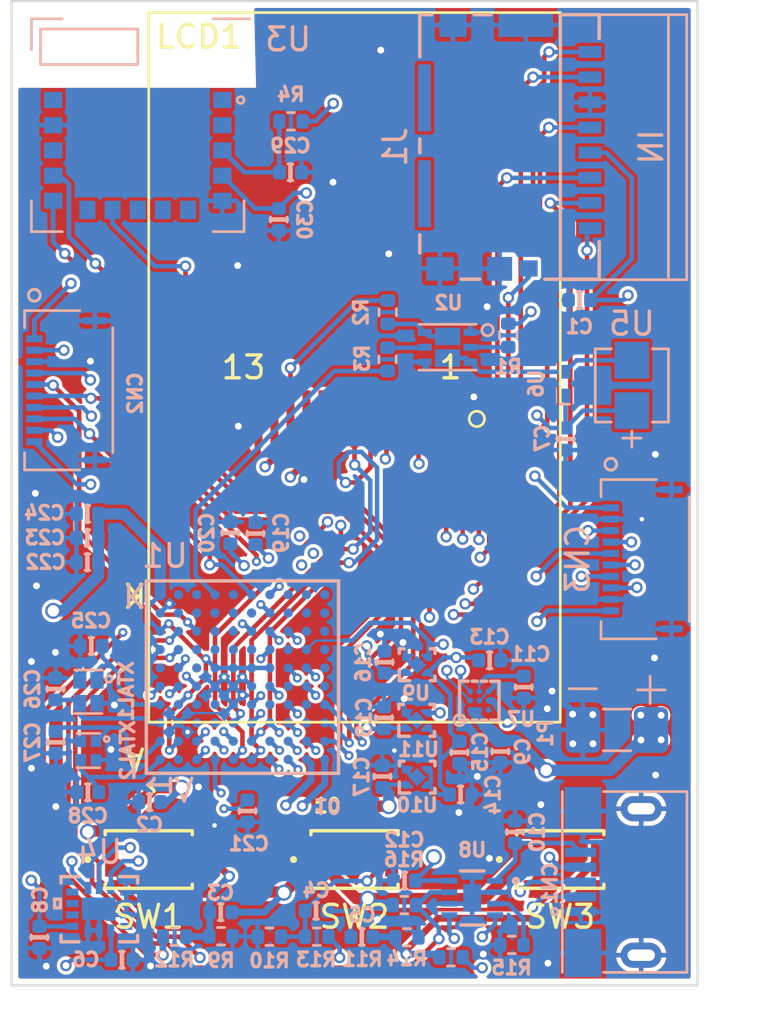
<source format=kicad_pcb>
(kicad_pcb (version 20211014) (generator pcbnew)
  (layers (0 "F.Cu" signal) (1 "In1.Cu" signal) (2 "In2.Cu" signal) (31 "B.Cu" signal) (34 "B.Paste" user) (35 "F.Paste" user) (36 "B.SilkS" user "B.Silkscreen") (37 "F.SilkS" user "F.Silkscreen") (38 "B.Mask" user) (39 "F.Mask" user) (44 "Edge.Cuts" user))
  (net 0 "")
  (net 1 "U_GND")
  (net 2 "VPP_3_3V")
  (net 3 "VDD_3_3V")
  (net 4 "Net-(C3-Pad2)")
  (net 5 "Net-(C4-Pad2)")
  (net 6 "Net-(C5-Pad2)")
  (net 7 "/MCU_power/BAT_charge")
  (net 8 "/MCU_power/VUSB")
  (net 9 "Net-(C11-Pad2)")
  (net 10 "VBAT")
  (net 11 "+1V8")
  (net 12 "/MCU/STM_NRST")
  (net 13 "Net-(C19-Pad2)")
  (net 14 "/MCU/OSC_OUT")
  (net 15 "/MCU/OSC_IN")
  (net 16 "/MCU/OSC32_OUT")
  (net 17 "/MCU/OSC32_IN")
  (net 18 "/MCU/STM_SWCLK")
  (net 19 "/MCU/STM_SWDIO")
  (net 20 "/LPS_SCLK")
  (net 21 "/I2S_WS")
  (net 22 "/LPS_MISO")
  (net 23 "/I2S_SD")
  (net 24 "/LPS_MOSI")
  (net 25 "/I2S_CK")
  (net 26 "/LPS_CS")
  (net 27 "/LPS_INT")
  (net 28 "/MCU_peripheral/LDC_K")
  (net 29 "/MCU/LCD_DC")
  (net 30 "/MCU/LCD_SCK")
  (net 31 "/MCU/LCD_MOSI")
  (net 32 "Net-(R1-Pad1)")
  (net 33 "/MCU/LCD_PWM")
  (net 34 "Net-(R2-Pad2)")
  (net 35 "/MCU/SP_PWM")
  (net 36 "Net-(R3-Pad2)")
  (net 39 "/MCU/LCD_RES")
  (net 41 "Net-(C20-Pad2)")
  (net 42 "/MCU/SW1")
  (net 43 "/MCU/SW2")
  (net 44 "/MCU/SW3")
  (net 45 "Net-(R15-Pad2)")
  (net 46 "/MCU/BAT_CG_POK")
  (net 47 "/MCU_peripheral/SP_M")
  (net 48 "/MCU/SD_SW")
  (net 49 "/MCU/BAT_IMU_SCL")
  (net 50 "/MCU/BAT_IMU_SDA")
  (net 56 "/MCU/BAT_CG_WAKE_OUT")
  (net 57 "/MCU/VPP_EN")
  (net 58 "Net-(C29-Pad2)")
  (net 59 "/PPG_SCLK")
  (net 60 "/PPG_MISO")
  (net 61 "/PPG_SDA")
  (net 62 "/PPG_MOSI")
  (net 63 "/PPG_SCL")
  (net 64 "/PPG_CS")
  (net 65 "/MCU/LCD_CS")
  (net 67 "/MCU/BLE_TX")
  (net 71 "/MCU/BLE_RX")
  (net 76 "/MCU/BLE_MOD")
  (net 114 "/MCU/SD_D1")
  (net 115 "/MCU/SD_D2")
  (net 116 "/MCU/SD_D3")
  (net 117 "/MCU/SD_CMD")
  (net 118 "/MCU/SD_SCLK")
  (net 119 "/MCU/SD_D0")
  (footprint "User_library:1.14inch_TFT_LCD_ST7789" (layer "F.Cu") (at 85 86)
    (fp_text reference "LCD1")
    (fp_text value "1.14inch_TFT_LCD_ST7789")
  )
  (footprint "User_library:EVP-AWED2A" (layer "F.Cu") (at 94 107.5)
    (fp_text reference "SW3")
    (fp_text value "EVP-AWED2A")
  )
  (footprint "User_library:EVP-AWED2A" (layer "F.Cu") (at 76 107.5)
    (fp_text reference "SW1")
    (fp_text value "EVP-AWED2A")
  )
  (footprint "User_library:EVP-AWED2A" (layer "F.Cu") (at 85 107.5)
    (fp_text reference "SW2")
    (fp_text value "EVP-AWED2A")
  )
  (footprint "User_library:UL_C_0402_1005Metric" (layer "B.Cu") (at 82.2 77.48 180)
    (fp_text reference "C29")
    (fp_text value "100n")
  )
  (footprint "User_library:TFBGA100_STM" (layer "B.Cu") (at 80.1 99.53)
    (fp_text reference "U1")
    (fp_text value "STM32F765VIH6")
  )
  (footprint "User_library:SMT-0340-T-R" (layer "B.Cu") (at 97.13 86.79 180)
    (fp_text reference "U5")
    (fp_text value "SMT-0340-T-R")
  )
  (footprint "Resistor_SMD:R_0402_1005Metric" (layer "B.Cu") (at 77.13 110.87 180)
    (fp_text reference "R12")
    (fp_text value "330")
  )
  (footprint "User_library:MAX17262REWL&plus_T" (layer "B.Cu") (at 90.46 100.56)
    (fp_text reference "U7")
    (fp_text value "MAX17262REWL+T" hide)
  )
  (footprint "User_library:UL_C_0402_1005Metric" (layer "B.Cu") (at 80.32 105.38 90)
    (fp_text reference "C21")
    (fp_text value "100n")
  )
  (footprint "Resistor_SMD:R_0402_1005Metric" (layer "B.Cu") (at 79.16 110.85 180)
    (fp_text reference "R9")
    (fp_text value "100k")
  )
  (footprint "User_library:UL_C_0402_1005Metric" (layer "B.Cu") (at 87.19 108.42 180)
    (fp_text reference "C12")
    (fp_text value "2.2u")
  )
  (footprint "User_library:UL_C_0402_1005Metric" (layer "B.Cu") (at 92.02 106.3 90)
    (fp_text reference "C10")
    (fp_text value "1u")
  )
  (footprint "User_library:UL_C_0402_1005Metric" (layer "B.Cu") (at 73.32 94.51)
    (fp_text reference "C22")
    (fp_text value "2.2u")
  )
  (footprint "Resistor_SMD:R_0402_1005Metric" (layer "B.Cu") (at 81.28 110.87)
    (fp_text reference "R10")
    (fp_text value "100k")
  )
  (footprint "User_library:UL_C_0402_1005Metric" (layer "B.Cu") (at 79.57 93.23 -90)
    (fp_text reference "C20")
    (fp_text value "2.2u")
  )
  (footprint "User_library:UL_C_0402_1005Metric" (layer "B.Cu") (at 73.49 98.17)
    (fp_text reference "C25")
    (fp_text value "4p")
  )
  (footprint "Resistor_SMD:R_0402_1005Metric" (layer "B.Cu") (at 91.72325 84.6 90)
    (fp_text reference "R1")
    (fp_text value "100k")
  )
  (footprint "User_library:UL_C_0402_1005Metric" (layer "B.Cu") (at 71.93 102.38 90)
    (fp_text reference "C27")
    (fp_text value "2p")
  )
  (footprint "Resistor_SMD:R_0402_1005Metric" (layer "B.Cu") (at 91.88 111.23)
    (fp_text reference "R15")
    (fp_text value "8k")
  )
  (footprint "User_library:UL_C_0402_1005Metric" (layer "B.Cu") (at 86.29 101.31 -90)
    (fp_text reference "C18")
    (fp_text value "1u")
  )
  (footprint "User_library:UL_C_0402_1005Metric" (layer "B.Cu") (at 81.69 79.54 90)
    (fp_text reference "C30")
    (fp_text value "4.7u")
  )
  (footprint "User_library:503480-1000" (layer "B.Cu") (at 97.710869 94.3819 -90)
    (fp_text reference "CN3")
    (fp_text value "503480-1000")
  )
  (footprint "User_library:UL_C_0402_1005Metric" (layer "B.Cu") (at 90.91 98.8 180)
    (fp_text reference "C13")
    (fp_text value "1u")
  )
  (footprint "User_library:UL_C_0402_1005Metric" (layer "B.Cu") (at 79.15 109.8 180)
    (fp_text reference "C3")
    (fp_text value "100n")
  )
  (footprint "User_library:UL_C_0402_1005Metric" (layer "B.Cu") (at 73.34 104.56)
    (fp_text reference "C28")
    (fp_text value "2p")
  )
  (footprint "User_library:UL_C_0402_1005Metric" (layer "B.Cu") (at 73.32 92.4)
    (fp_text reference "C24")
    (fp_text value "100n")
  )
  (footprint "User_library:X2SON-4PIN" (layer "B.Cu") (at 87.74 103.9)
    (fp_text reference "U10")
    (fp_text value "TPS7A2033PDQNR")
  )
  (footprint "User_library:UL_C_0402_1005Metric" (layer "B.Cu") (at 76.04 104.99)
    (fp_text reference "C2")
    (fp_text value "100n")
  )
  (footprint "User_library:UL_C_0402_1005Metric" (layer "B.Cu") (at 85.32 110.88)
    (fp_text reference "C5")
    (fp_text value "100n")
  )
  (footprint "User_library:NSV60101DMTWTBG" (layer "B.Cu") (at 89.07 85.12 180)
    (fp_text reference "U2")
    (fp_text value "NSV60101DMTWTBG" hide)
  )
  (footprint "User_library:UL_C_0402_1005Metric" (layer "B.Cu") (at 71.22 110.9 -90)
    (fp_text reference "C8")
    (fp_text value "0.1u")
  )
  (footprint "Resistor_SMD:R_0402_1005Metric" (layer "B.Cu") (at 86.45325 83.59 -90)
    (fp_text reference "R2")
    (fp_text value "10")
  )
  (footprint "Resistor_SMD:R_0402_1005Metric" (layer "B.Cu") (at 87.29 110.9 180)
    (fp_text reference "R11")
    (fp_text value "100k")
  )
  (footprint "User_library:ABS04W" (layer "B.Cu") (at 73.36 102.74 -90)
    (fp_text reference "XTAL2")
    (fp_text value "ABS04W-32.768KHZ-6-D2-T5")
  )
  (footprint "User_library:UL_C_0402_1005Metric" (layer "B.Cu") (at 80.67 93.26 -90)
    (fp_text reference "C19")
    (fp_text value "2.2u")
  )
  (footprint "User_library:E104-BT5005A_QFN-15_9x9_Pitch1.1mm" (layer "B.Cu") (at 75.52 75.42 180)
    (fp_text reference "U3")
    (fp_text value "E104-BT5005A")
  )
  (footprint "User_library:Battey_PAD" (layer "B.Cu") (at 96.48 101.84 180)
    (fp_text reference "P1")
    (fp_text value "Battey_PAD")
  )
  (footprint "User_library:UL_C_0402_1005Metric" (layer "B.Cu") (at 89.59 102.82 90)
    (fp_text reference "C15")
    (fp_text value "1u")
  )
  (footprint "User_library:CDBQR43-HF" (layer "B.Cu") (at 94.21 86.71 90)
    (fp_text reference "U6")
    (fp_text value "CDBQR43-HF")
  )
  (footprint "User_library:UL_C_0402_1005Metric" (layer "B.Cu") (at 74.83 111.88)
    (fp_text reference "C6")
    (fp_text value "0.1u")
  )
  (footprint "User_library:UL_C_0402_1005Metric" (layer "B.Cu") (at 71.92 100.05 -90)
    (fp_text reference "C26")
    (fp_text value "4p")
  )
  (footprint "User_library:105162-0001_MOL" (layer "B.Cu") (at 91.77845 76.37 -90)
    (fp_text reference "J1")
    (fp_text value "1051620001")
  )
  (footprint "User_library:UL_C_0402_1005Metric" (layer "B.Cu") (at 94.23 89.13 90)
    (fp_text reference "C7")
    (fp_text value "10u")
  )
  (footprint "User_library:UL_C_0402_1005Metric" (layer "B.Cu") (at 91.38 102.78 90)
    (fp_text reference "C9")
    (fp_text value "0.1u")
  )
  (footprint "User_library:UL_C_0402_1005Metric" (layer "B.Cu") (at 73.32 93.45)
    (fp_text reference "C23")
    (fp_text value "1u")
  )
  (footprint "Resistor_SMD:R_0402_1005Metric" (layer "B.Cu") (at 89.22 111.77)
    (fp_text reference "R14")
    (fp_text value "330")
  )
  (footprint "Resistor_SMD:R_0402_1005Metric" (layer "B.Cu") (at 82.22 75.25 180)
    (fp_text reference "R4")
    (fp_text value "100k")
  )
  (footprint "User_library:ABM12W" (layer "B.Cu") (at 73.36 100.17 -90)
    (fp_text reference "XTAL1")
    (fp_text value "ABM12W-25.0000MHZ-7-B1U-T3")
  )
  (footprint "User_library:UL_C_0402_1005Metric" (layer "B.Cu") (at 94.84 83.06)
    (fp_text reference "C1")
    (fp_text value "4.7u")
  )
  (footprint "User_library:X2SON-4PIN" (layer "B.Cu") (at 87.72 101.42)
    (fp_text reference "U11")
    (fp_text value "TPS7A2033PDQNR")
  )
  (footprint "User_library:MCU-U52105" (layer "B.Cu") (at 97.54 108.48 90)
    (fp_text reference "CN1")
    (fp_text value "MCU-U52105" hide)
  )
  (footprint "User_library:MAX8814ETA&plus_T" (layer "B.Cu") (at 90.15 109.18 180)
    (fp_text reference "U8")
    (fp_text value "MAX8814ETA+T")
  )
  (footprint "Resistor_SMD:R_0402_1005Metric" (layer "B.Cu") (at 86.44325 85.65 90)
    (fp_text reference "R3")
    (fp_text value "180")
  )
  (footprint "User_library:UL_C_0402_1005Metric" (layer "B.Cu") (at 89.64 104.66 180)
    (fp_text reference "C14")
    (fp_text value "1u")
  )
  (footprint "User_library:X2SON-4PIN" (layer "B.Cu") (at 87.74 98.99)
    (fp_text reference "U9")
    (fp_text value "TPS7A2018PDQNR")
  )
  (footprint "Resistor_SMD:R_0402_1005Metric" (layer "B.Cu") (at 87.18 109.49)
    (fp_text reference "R16")
    (fp_text value "1M")
  )
  (footprint "User_library:503480-1000" (layer "B.Cu") (at 72.5 87 -90)
    (fp_text reference "CN2")
    (fp_text value "503480-1000")
  )
  (footprint "User_library:LSM6DSMTR" (layer "B.Cu") (at 73.84 109.67 180)
    (fp_text reference "U4")
    (fp_text value "LSM6DSMTR" hide)
  )
  (footprint "User_library:UL_C_0402_1005Metric" (layer "B.Cu") (at 86.22 103.87 -90)
    (fp_text reference "C17")
    (fp_text value "1u")
  )
  (footprint "User_library:UL_C_0402_1005Metric" (layer "B.Cu") (at 86.31 98.88 -90)
    (fp_text reference "C16")
    (fp_text value "1u")
  )
  (footprint "User_library:UL_C_0402_1005Metric" (layer "B.Cu") (at 92.4 99.97 90)
    (fp_text reference "C11")
    (fp_text value "0.47u")
  )
  (footprint "Resistor_SMD:R_0402_1005Metric" (layer "B.Cu") (at 83.35 110.87)
    (fp_text reference "R13")
    (fp_text value "330")
  )
  (footprint "User_library:UL_C_0402_1005Metric" (layer "B.Cu") (at 83.32 109.74 180)
    (fp_text reference "C4")
    (fp_text value "100n")
  )
  (gr_rect (start 70 70) (end 100 113) (layer "Edge.Cuts") (width 0.1) (fill none))
  (segment (start 80.24 88.25) (end 79.92 88.57) (width 0.3) (layer "F.Cu") (net 1))
  (segment (start 83.355371 90.901045) (end 84.3 89.956416) (width 0.3) (layer "F.Cu") (net 1))
  (segment (start 84.3 89.956416) (end 84.3 88.25) (width 0.3) (layer "F.Cu") (net 1))
  (segment (start 82.791045 90.901045) (end 83.355371 90.901045) (width 0.3) (layer "F.Cu") (net 1))
  (segment (start 80.8 88.25) (end 80.24 88.25) (width 0.3) (layer "F.Cu") (net 1))
  (via (at 71.92 98.45) (size 0.5) (drill 0.3) (layers "F.Cu" "B.Cu") (net 1))
  (via (at 90.9 107.45) (size 0.5) (drill 0.3) (layers "F.Cu" "B.Cu") (net 1))
  (via (at 73.45 85.73) (size 0.5) (drill 0.3) (layers "F.Cu" "B.Cu") (net 1))
  (via (at 93.15 105.1) (size 0.5) (drill 0.3) (layers "F.Cu" "B.Cu") (net 1))
  (via (at 79.92 88.57) (size 0.5) (drill 0.3) (layers "F.Cu" "B.Cu") (net 1))
  (via (at 71.09 95.54) (size 0.5) (drill 0.3) (layers "F.Cu" "B.Cu") (net 1))
  (via (at 90.22 87.29) (size 0.5) (drill 0.3) (layers "F.Cu" "B.Cu") (net 1))
  (via (at 97.567466 92.631901) (size 0.4) (drill 0.2) (layers "F.Cu" "B.Cu") (net 1))
  (via (at 78.177155 104.327155) (size 0.5) (drill 0.3) (layers "F.Cu" "B.Cu") (net 1))
  (via (at 89.566089 105.446089) (size 0.5) (drill 0.3) (layers "F.Cu" "B.Cu") (net 1))
  (via (at 76.9 96.32) (size 0.4) (drill 0.2) (layers "F.Cu" "B.Cu") (net 1))
  (via (at 79.89 81.55) (size 0.5) (drill 0.3) (layers "F.Cu" "B.Cu") (net 1))
  (via (at 74.344989 102.69) (size 0.5) (drill 0.3) (layers "F.Cu" "B.Cu") (net 1))
  (via (at 71.94 105.19) (size 0.5) (drill 0.3) (layers "F.Cu" "B.Cu") (net 1))
  (via (at 93.64 100.14) (size 0.5) (drill 0.3) (layers "F.Cu" "B.Cu") (net 1))
  (via (at 98.16 89.8) (size 0.5) (drill 0.3) (layers "F.Cu" "B.Cu") (net 1))
  (via (at 94.55 102.44) (size 0.5) (drill 0.3) (layers "F.Cu" "B.Cu") (net 1))
  (via (at 98.17 103.81) (size 0.5) (drill 0.3) (layers "F.Cu" "B.Cu") (net 1))
  (via (at 95.43 102.44) (size 0.5) (drill 0.3) (layers "F.Cu" "B.Cu") (net 1))
  (via (at 98.12 98.69) (size 0.5) (drill 0.3) (layers "F.Cu" "B.Cu") (net 1))
  (via (at 87.170249 100.474559) (size 0.5) (drill 0.3) (layers "F.Cu" "B.Cu") (net 1))
  (via (at 93.46 112.03) (size 0.5) (drill 0.3) (layers "F.Cu" "B.Cu") (net 1))
  (via (at 74.5 100.75) (size 0.5) (drill 0.3) (layers "F.Cu" "B.Cu") (net 1))
  (via (at 86.5 81.04) (size 0.5) (drill 0.3) (layers "F.Cu" "B.Cu") (net 1))
  (via (at 93.43 100.91) (size 0.5) (drill 0.3) (layers "F.Cu" "B.Cu") (net 1))
  (via (at 86.15 72.14) (size 0.5) (drill 0.3) (layers "F.Cu" "B.Cu") (net 1))
  (via (at 90.8 83.35) (size 0.5) (drill 0.3) (layers "F.Cu" "B.Cu") (net 1))
  (via (at 70.87 103.51) (size 0.5) (drill 0.3) (layers "F.Cu" "B.Cu") (net 1))
  (via (at 70.87 98.85) (size 0.5) (drill 0.3) (layers "F.Cu" "B.Cu") (net 1))
  (via (at 95.42 101.17) (size 0.5) (drill 0.3) (layers "F.Cu" "B.Cu") (net 1))
  (via (at 82.791045 90.901045) (size 0.5) (drill 0.3) (layers "F.Cu" "B.Cu") (net 1))
  (via (at 90.37 103.87) (size 0.5) (drill 0.3) (layers "F.Cu" "B.Cu") (net 1))
  (via (at 76.08 112.15) (size 0.5) (drill 0.3) (layers "F.Cu" "B.Cu") (net 1))
  (via (at 90.63 111.63) (size 0.5) (drill 0.3) (layers "F.Cu" "B.Cu") (net 1))
  (via (at 80.100489 100.31) (size 0.4) (drill 0.2) (layers "F.Cu" "B.Cu") (net 1))
  (via (at 80.100489 99.5295) (size 0.4) (drill 0.2) (layers "F.Cu" "B.Cu") (net 1))
  (via (at 86.13 97.65) (size 0.5) (drill 0.3) (layers "F.Cu" "B.Cu") (net 1))
  (via (at 84.06 77.91) (size 0.5) (drill 0.3) (layers "F.Cu" "B.Cu") (net 1))
  (via (at 85.99 110.12) (size 0.5) (drill 0.3) (layers "F.Cu" "B.Cu") (net 1))
  (via (at 79.2995 99.530011) (size 0.4) (drill 0.2) (layers "F.Cu" "B.Cu") (net 1))
  (via (at 78.88 106.01) (size 0.4) (drill 0.2) (layers "F.Cu" "B.Cu") (net 1))
  (via (at 71.04 91.5) (size 0.5) (drill 0.3) (layers "F.Cu" "B.Cu") (net 1))
  (via (at 71.52 112.16) (size 0.5) (drill 0.3) (layers "F.Cu" "B.Cu") (net 1))
  (via (at 77.7 101.93) (size 0.4) (drill 0.2) (layers "F.Cu" "B.Cu") (net 1))
  (via (at 94.54 101.15) (size 0.5) (drill 0.3) (layers "F.Cu" "B.Cu") (net 1))
  (via (at 87.120011 98.02) (size 0.5) (drill 0.3) (layers "F.Cu" "B.Cu") (net 1))
  (via (at 86.743101 102.738081) (size 0.4) (drill 0.2) (layers "F.Cu" "B.Cu") (net 1))
  (segment (start 75.81 111.88) (end 75.31 111.88) (width 0.2) (layer "B.Cu") (net 1))
  (segment (start 77.73 101.1) (end 77.3 101.53) (width 0.1) (layer "B.Cu") (net 1))
  (segment (start 85.99 110.12) (end 87.02 110.12) (width 0.2) (layer "B.Cu") (net 1))
  (segment (start 79.33 101.1) (end 77.73 101.1) (width 0.1) (layer "B.Cu") (net 1))
  (segment (start 87.53 101.42) (end 87.21 101.1) (width 0.2) (layer "B.Cu") (net 1))
  (segment (start 80.100489 100.329511) (end 79.7 100.73) (width 0.2) (layer "B.Cu") (net 1))
  (segment (start 89.566089 105.446089) (end 90.12 104.892178) (width 0.3) (layer "B.Cu") (net 1))
  (segment (start 86.645441 100.474559) (end 86.29 100.83) (width 0.2) (layer "B.Cu") (net 1))
  (segment (start 75.0211 109.92) (end 75.03 109.92) (width 0.2) (layer "B.Cu") (net 1))
  (segment (start 87.74 98.99) (end 87.55 98.99) (width 0.2) (layer "B.Cu") (net 1))
  (segment (start 89.438878 87.29) (end 88.0691 85.920222) (width 0.2) (layer "B.Cu") (net 1))
  (segment (start 93.46 112.03) (end 93.91 111.58) (width 0.2) (layer "B.Cu") (net 1))
  (segment (start 87.23 98.129989) (end 87.23 98.67) (width 0.2) (layer "B.Cu") (net 1))
  (segment (start 90.9 107.45) (end 90.15 108.2) (width 0.2) (layer "B.Cu") (net 1))
  (segment (start 98.857469 97.421902) (end 98.857469 97.952531) (width 0.2) (layer "B.Cu") (net 1))
  (segment (start 94.9925 101.6025) (end 94.9925 101.84) (width 0.3) (layer "B.Cu") (net 1))
  (segment (start 73.43 85.75) (end 70.9966 85.75) (width 0.2) (layer "B.Cu") (net 1))
  (segment (start 93.91 111.58) (end 94.99 111.58) (width 0.2) (layer "B.Cu") (net 1))
  (segment (start 90.46 100.56) (end 90.86 100.16) (width 0.1) (layer "B.Cu") (net 1))
  (segment (start 91.38 103.26) (end 90.77 103.87) (width 0.3) (layer "B.Cu") (net 1))
  (segment (start 75.03 109.92) (end 75.0211 109.9111) (width 0.2) (layer "B.Cu") (net 1))
  (segment (start 87.72 101.42) (end 87.53 101.42) (width 0.2) (layer "B.Cu") (net 1))
  (segment (start 98.857469 90.497469) (end 98.16 89.8) (width 0.2) (layer "B.Cu") (net 1))
  (segment (start 78.9 99.93) (end 78.9 99.929511) (width 0.2) (layer "B.Cu") (net 1))
  (segment (start 90.15 108.2) (end 90.15 109.18) (width 0.2) (layer "B.Cu") (net 1))
  (segment (start 90.77 103.87) (end 90.37 103.87) (width 0.3) (layer "B.Cu") (net 1))
  (segment (start 75.0211 109.9111) (end 75.0211 109.42) (width 0.2) (layer "B.Cu") (net 1))
  (segment (start 88.0691 85.920222) (end 88.0691 85.769999) (width 0.2) (layer "B.Cu") (net 1))
  (segment (start 87.170249 101.060249) (end 87.21 101.1) (width 0.2) (layer "B.Cu") (net 1))
  (segment (start 80.100489 99.5295) (end 80.100489 99.530489) (width 0.2) (layer "B.Cu") (net 1))
  (segment (start 90.0709 84.470001) (end 90.0709 84.0791) (width 0.2) (layer "B.Cu") (net 1))
  (segment (start 87.55 103.9) (end 87.23 103.58) (width 0.2) (layer "B.Cu") (net 1))
  (segment (start 80.17 106.01) (end 80.32 105.86) (width 0.2) (layer "B.Cu") (net 1))
  (segment (start 90.15 109.18) (end 90.4 108.93) (width 0.2) (layer "B.Cu") (net 1))
  (segment (start 73.45 85.73) (end 73.43 85.75) (width 0.2) (layer "B.Cu") (net 1))
  (segment (start 75.0211 108.919999) (end 75.0211 109.42) (width 0.2) (layer "B.Cu") (net 1))
  (segment (start 73.340001 110.5971) (end 73.84 110.5971) (width 0.2) (layer "B.Cu") (net 1))
  (segment (start 91.03 111.23) (end 91.37 111.23) (width 0.2) (layer "B.Cu") (net 1))
  (segment (start 94.54 101.15) (end 94.9925 101.6025) (width 0.3) (layer "B.Cu") (net 1))
  (segment (start 86.31 97.83) (end 86.31 98.4) (width 0.2) (layer "B.Cu") (net 1))
  (segment (start 86.13 97.65) (end 86.31 97.83) (width 0.2) (layer "B.Cu") (net 1))
  (segment (start 77.3 101.53) (end 77.7 101.93) (width 0.2) (layer "B.Cu") (net 1))
  (segment (start 97.54 104.44) (end 98.17 103.81) (width 0.2) (layer "B.Cu") (net 1))
  (segment (start 89.1491 109.43) (end 89.9 109.43) (width 0.2) (layer "B.Cu") (net 1))
  (segment (start 86.743101 102.738081) (end 86.743101 103.093101) (width 0.2) (layer "B.Cu") (net 1))
  (segment (start 71.22 111.38) (end 71.22 111.86) (width 0.2) (layer "B.Cu") (net 1))
  (segment (start 94.54 101.04) (end 93.64 100.14) (width 0.3) (layer "B.Cu") (net 1))
  (segment (start 90.63 111.63) (end 91.03 111.23) (width 0.2) (layer "B.Cu") (net 1))
  (segment (start 76.08 112.15) (end 75.81 111.88) (width 0.2) (layer "B.Cu") (net 1))
  (segment (start 90.140489 111.140489) (end 90.63 111.63) (width 0.2) (layer "B.Cu") (net 1))
  (segment (start 90.4 108.93) (end 91.1509 108.93) (width 0.2) (layer "B.Cu") (net 1))
  (segment (start 98.857469 97.952531) (end 98.12 98.69) (width 0.2) (layer "B.Cu") (net 1))
  (segment (start 90.22 87.29) (end 89.438878 87.29) (width 0.2) (layer "B.Cu") (net 1))
  (segment (start 87.02 110.12) (end 87.8 110.9) (width 0.2) (layer "B.Cu") (net 1))
  (segment (start 87.74 103.9) (end 87.55 103.9) (width 0.2) (layer "B.Cu") (net 1))
  (segment (start 76.9 96.32) (end 76.9 96.33) (width 0.2) (layer "B.Cu") (net 1))
  (segment (start 78.88 106.01) (end 80.17 106.01) (width 0.2) (layer "B.Cu") (net 1))
  (segment (start 89.9 109.43) (end 90.15 109.18) (width 0.2) (layer "B.Cu") (net 1))
  (segment (start 90.0709 84.0791) (end 90.8 83.35) (width 0.2) (layer "B.Cu") (net 1))
  (segment (start 87.170249 100.474559) (end 87.170249 101.060249) (width 0.2) (layer "B.Cu") (net 1))
  (segment (start 80.100489 99.530489) (end 80.5 99.93) (width 0.2) (layer "B.Cu") (net 1))
  (segment (start 87.170249 100.474559) (end 86.645441 100.474559) (width 0.2) (layer "B.Cu") (net 1))
  (segment (start 97.54 111.68) (end 97.54 105.28) (width 0.2) (layer "B.Cu") (net 1))
  (segment (start 90.16 103.87) (end 90.37 103.87) (width 0.3) (layer "B.Cu") (net 1))
  (segment (start 79.2995 99.5305) (end 79.2995 99.530011) (width 0.2) (layer "B.Cu") (net 1))
  (segment (start 87.55 98.99) (end 87.23 98.67) (width 0.2) (layer "B.Cu") (net 1))
  (segment (start 89.59 103.3) (end 90.16 103.87) (width 0.3) (layer "B.Cu") (net 1))
  (segment (start 80.100489 100.31) (end 80.100489 100.329511) (width 0.2) (layer "B.Cu") (net 1))
  (segment (start 97.54 105.28) (end 97.54 104.44) (width 0.2) (layer "B.Cu") (net 1))
  (segment (start 87.120011 98.02) (end 87.23 98.129989) (width 0.2) (layer "B.Cu") (net 1))
  (segment (start 71.22 111.86) (end 71.52 112.16) (width 0.2) (layer "B.Cu") (net 1))
  (segment (start 90.12 104.892178) (end 90.12 104.66) (width 0.3) (layer "B.Cu") (net 1))
  (segment (start 83.63 77.48) (end 84.06 77.91) (width 0.2) (layer "B.Cu") (net 1))
  (segment (start 79.7 100.73) (end 79.33 101.1) (width 0.1) (layer "B.Cu") (net 1))
  (segment (start 82.68 77.48) (end 83.63 77.48) (width 0.2) (layer "B.Cu") (net 1))
  (segment (start 76.9 96.33) (end 76.5 96.73) (width 0.2) (layer "B.Cu") (net 1))
  (segment (start 86.743101 103.093101) (end 87.23 103.58) (width 0.2) (layer "B.Cu") (net 1))
  (segment (start 98.857469 91.341898) (end 98.857469 90.497469) (width 0.2) (layer "B.Cu") (net 1))
  (segment (start 94.54 101.15) (end 94.54 101.04) (width 0.3) (layer "B.Cu") (net 1))
  (segment (start 92.491115 71.045035) (end 92.491151 71.044999) (width 0.2) (layer "B.Cu") (net 1))
  (segment (start 90.140489 109.189511) (end 90.140489 111.140489) (width 0.2) (layer "B.Cu") (net 1))
  (segment (start 81.5 89.93) (end 81.09 90.34) (width 0.3) (layer "F.Cu") (net 2))
  (segment (start 81.5 88.25) (end 81.5 89.93) (width 0.3) (layer "F.Cu") (net 2))
  (segment (start 82.9 90.08569) (end 82.9 88.25) (width 0.3) (layer "F.Cu") (net 2))
  (segment (start 82.192845 90.792845) (end 82.9 90.08569) (width 0.3) (layer "F.Cu") (net 2))
  (via (at 72.38 112.13) (size 0.5) (drill 0.3) (layers "F.Cu" "B.Cu") (net 2))
  (via (at 85.535342 101.715343) (size 0.5) (drill 0.3) (layers "F.Cu" "B.Cu") (net 2))
  (via (at 72.64 107.58) (size 0.5) (drill 0.3) (layers "F.Cu" "B.Cu") (net 2))
  (via (at 92.98 88.09) (size 0.5) (drill 0.3) (layers "F.Cu" "B.Cu") (net 2))
  (via (at 82.192845 90.792845) (size 0.5) (drill 0.3) (layers "F.Cu" "B.Cu") (net 2))
  (via (at 81.09 90.34) (size 0.5) (drill 0.3) (layers "F.Cu" "B.Cu") (net 2))
  (via (at 72.6 82.33) (size 0.5) (drill 0.3) (layers "F.Cu" "B.Cu") (net 2))
  (via (at 82.89 78.38) (size 0.5) (drill 0.3) (layers "F.Cu" "B.Cu") (net 2))
  (via (at 70.86 108.41) (size 0.5) (drill 0.3) (layers "F.Cu" "B.Cu") (net 2))
  (via (at 96.96 82.85) (size 0.5) (drill 0.3) (layers "F.Cu" "B.Cu") (net 2))
  (via (at 84.07 74.47) (size 0.5) (drill 0.3) (layers "F.Cu" "B.Cu") (net 2))
  (via (at 92.89 90.75) (size 0.5) (drill 0.3) (layers "F.Cu" "B.Cu") (net 2))
  (segment (start 96.75 83.06) (end 96.96 82.85) (width 0.2) (layer "B.Cu") (net 2))
  (segment (start 97.13 81.25) (end 97.13 77.73) (width 0.2) (layer "B.Cu") (net 2))
  (segment (start 94.21 87.2283) (end 94.23 87.2483) (width 0.2) (layer "B.Cu") (net 2))
  (segment (start 87.21 101.75) (end 86.33 101.75) (width 0.2) (layer "B.Cu") (net 2))
  (segment (start 83.29 75.25) (end 84.07 74.47) (width 0.2) (layer "B.Cu") (net 2))
  (segment (start 97.13 77.73) (end 96.02 76.62) (width 0.2) (layer "B.Cu") (net 2))
  (segment (start 86.33 101.75) (end 86.29 101.79) (width 0.2) (layer "B.Cu") (net 2))
  (segment (start 85.535342 101.715343) (end 85.609999 101.79) (width 0.2) (layer "B.Cu") (net 2))
  (segment (start 70.86 108.41) (end 71.22 108.77) (width 0.2) (layer "B.Cu") (net 2))
  (segment (start 95.32 83.06) (end 96.75 83.06) (width 0.2) (layer "B.Cu") (net 2))
  (segment (start 82.37 78.38) (end 82.89 78.38) (width 0.2) (layer "B.Cu") (net 2))
  (segment (start 92.98 88.09) (end 93.54 88.65) (width 0.2) (layer "B.Cu") (net 2))
  (segment (start 72.63 111.88) (end 72.38 112.13) (width 0.2) (layer "B.Cu") (net 2))
  (segment (start 94.23 88.65) (end 94.99 87.89) (width 0.2) (layer "B.Cu") (net 2))
  (segment (start 93.54 88.65) (end 94.23 88.65) (width 0.2) (layer "B.Cu") (net 2))
  (segment (start 79.22 77.62) (end 80.66 79.06) (width 0.2) (layer "B.Cu") (net 2))
  (segment (start 72.6589 110.420001) (end 71.22 110.42) (width 0.2) (layer "B.Cu") (net 2))
  (segment (start 74.35 111.88) (end 74.35 110.607101) (width 0.2) (layer "B.Cu") (net 2))
  (segment (start 80.66 79.06) (end 81.69 79.06) (width 0.2) (layer "B.Cu") (net 2))
  (segment (start 72.64 108.042899) (end 73.340001 108.7429) (width 0.2) (layer "B.Cu") (net 2))
  (segment (start 95.32 83.06) (end 97.13 81.25) (width 0.2) (layer "B.Cu") (net 2))
  (segment (start 70.9966 83.9334) (end 72.6 82.33) (width 0.2) (layer "B.Cu") (net 2))
  (segment (start 71.22 108.77) (end 71.22 110.42) (width 0.2) (layer "B.Cu") (net 2))
  (segment (start 74.35 110.607101) (end 74.339999 110.5971) (width 0.2) (layer "B.Cu") (net 2))
  (segment (start 94.99 87.89) (end 97.13 87.89) (width 0.2) (layer "B.Cu") (net 2))
  (segment (start 81.69 79.06) (end 82.37 78.38) (width 0.2) (layer "B.Cu") (net 2))
  (segment (start 72.64 107.58) (end 72.64 108.042899) (width 0.2) (layer "B.Cu") (net 2))
  (segment (start 82.73 75.25) (end 83.29 75.25) (width 0.2) (layer "B.Cu") (net 2))
  (segment (start 92.89 90.75) (end 94.271899 92.131899) (width 0.2) (layer "B.Cu") (net 2))
  (segment (start 85.609999 101.79) (end 86.29 101.79) (width 0.2) (layer "B.Cu") (net 2))
  (segment (start 74.35 111.88) (end 72.63 111.88) (width 0.2) (layer "B.Cu") (net 2))
  (segment (start 70.9966 84.749999) (end 70.9966 83.9334) (width 0.2) (layer "B.Cu") (net 2))
  (segment (start 94.271899 92.131899) (end 96.207469 92.131899) (width 0.2) (layer "B.Cu") (net 2))
  (segment (start 96.02 76.62) (end 95.296149 76.62) (width 0.2) (layer "B.Cu") (net 2))
  (segment (start 94.23 87.2483) (end 94.23 88.65) (width 0.2) (layer "B.Cu") (net 2))
  (segment (start 73.3793 106.2507) (end 74.3744 106.2507) (width 0.5) (layer "F.Cu") (net 3))
  (segment (start 77.72 100.323534) (end 76.9 101.143534) (width 0.2) (layer "F.Cu") (net 3))
  (segment (start 77.43 104.36) (end 76.2651 104.36) (width 0.5) (layer "F.Cu") (net 3))
  (segment (start 85.0844 109.21) (end 85.58 109.21) (width 0.5) (layer "F.Cu") (net 3))
  (segment (start 78.5005 99.543034) (end 77.72 100.323534) (width 0.2) (layer "F.Cu") (net 3))
  (segment (start 76.9 101.143534) (end 76.9 102.73) (width 0.2) (layer "F.Cu") (net 3))
  (segment (start 74.3744 107.5) (end 75.7944 108.92) (width 0.5) (layer "F.Cu") (net 3))
  (segment (start 75.7944 108.92) (end 81.9544 108.92) (width 0.5) (layer "F.Cu") (net 3))
  (segment (start 81.9544 108.92) (end 83.3744 107.5) (width 0.5) (layer "F.Cu") (net 3))
  (segment (start 83.3744 107.5) (end 85.0844 109.21) (width 0.5) (layer "F.Cu") (net 3))
  (segment (start 85.7044 105.17) (end 83.3744 107.5) (width 0.5) (layer "F.Cu") (net 3))
  (segment (start 86.5 105.17) (end 85.7044 105.17) (width 0.5) (layer "F.Cu") (net 3))
  (segment (start 76.2651 104.36) (end 74.3744 106.2507) (width 0.5) (layer "F.Cu") (net 3))
  (segment (start 78.5005 98.73) (end 78.41 98.73) (width 0.2) (layer "F.Cu") (net 3))
  (segment (start 92.3744 107.5) (end 90.6644 109.21) (width 0.5) (layer "F.Cu") (net 3))
  (segment (start 90.6644 109.21) (end 85.58 109.21) (width 0.5) (layer "F.Cu") (net 3))
  (segment (start 78.5005 98.73) (end 78.5005 99.543034) (width 0.2) (layer "F.Cu") (net 3))
  (segment (start 74.3744 106.2507) (end 74.3744 107.5) (width 0.5) (layer "F.Cu") (net 3))
  (segment (start 73.34 106.29) (end 73.3793 106.2507) (width 0.5) (layer "F.Cu") (net 3))
  (segment (start 78.41 98.73) (end 76.88 97.2) (width 0.2) (layer "F.Cu") (net 3))
  (via (at 81.91 108.95) (size 0.7) (drill 0.5) (layers "F.Cu" "B.Cu") (net 3))
  (via (at 77.72 100.323534) (size 0.4) (drill 0.2) (layers "F.Cu" "B.Cu") (net 3))
  (via (at 76.9 102.73) (size 0.4) (drill 0.2) (layers "F.Cu" "B.Cu") (net 3))
  (via (at 76.88 97.2) (size 0.4) (drill 0.2) (layers "F.Cu" "B.Cu") (net 3))
  (via (at 85.58 109.21) (size 0.7) (drill 0.5) (layers "F.Cu" "B.Cu") (net 3))
  (via (at 71.824162 96.635838) (size 0.7) (drill 0.5) (layers "F.Cu" "B.Cu") (net 3))
  (via (at 86.5 105.17) (size 0.7) (drill 0.5) (layers "F.Cu" "B.Cu") (net 3))
  (via (at 73.34 106.29) (size 0.7) (drill 0.5) (layers "F.Cu" "B.Cu") (net 3))
  (via (at 78.5005 98.73) (size 0.4) (drill 0.2) (layers "F.Cu" "B.Cu") (net 3))
  (via (at 77.43 104.36) (size 0.7) (drill 0.5) (layers "F.Cu" "B.Cu") (net 3))
  (segment (start 84.84 109.95) (end 85.58 109.21) (width 0.2) (layer "B.Cu") (net 3))
  (segment (start 71.824162 96.635838) (end 72.264162 96.635838) (width 0.5) (layer "B.Cu") (net 3))
  (segment (start 80.265984 99.13) (end 81.3 99.13) (width 0.2) (layer "B.Cu") (net 3))
  (segment (start 76.83 97.2) (end 76.88 97.2) (width 0.2) (layer "B.Cu") (net 3))
  (segment (start 72.264162 96.635838) (end 73.8 95.1) (width 0.5) (layer "B.Cu") (net 3))
  (segment (start 73.8 92.4) (end 73.8 93.45) (width 0.5) (layer "B.Cu") (net 3))
  (segment (start 76.8 104.99) (end 77.43 104.36) (width 0.3) (layer "B.Cu") (net 3))
  (segment (start 86.5 104.63) (end 86.22 104.35) (width 0.5) (layer "B.Cu") (net 3))
  (segment (start 78.9 99.13) (end 78.900011 99.129989) (width 0.2) (layer "B.Cu") (net 3))
  (segment (start 78.5005 98.73) (end 78.5005 98.7305) (width 0.2) (layer "B.Cu") (net 3))
  (segment (start 83.8 109.74) (end 85.05 109.74) (width 0.2) (layer "B.Cu") (net 3))
  (segment (start 77.3 102.33) (end 76.9 102.73) (width 0.2) (layer "B.Cu") (net 3))
  (segment (start 73.8 93.45) (end 73.8 94.51) (width 0.5) (layer "B.Cu") (net 3))
  (segment (start 78.5005 98.7305) (end 78.9 99.13) (width 0.2) (layer "B.Cu") (net 3))
  (segment (start 74.93 92.4) (end 76.5 93.97) (width 0.5) (layer "B.Cu") (net 3))
  (segment (start 78.900011 99.129989) (end 80.265973 99.129989) (width 0.2) (layer "B.Cu") (net 3))
  (segment (start 84.84 110.88) (end 84.84 109.95) (width 0.2) (layer "B.Cu") (net 3))
  (segment (start 76.5 93.97) (end 76.5 95.930001) (width 0.5) (layer "B.Cu") (net 3))
  (segment (start 86.67 109.49) (end 85.86 109.49) (width 0.5) (layer "B.Cu") (net 3))
  (segment (start 76.5 97.53) (end 76 97.03) (width 0.2) (layer "B.Cu") (net 3))
  (segment (start 85.05 109.74) (end 85.58 109.21) (width 0.2) (layer "B.Cu") (net 3))
  (segment (start 77.706466 100.323534) (end 77.3 100.73) (width 0.2) (layer "B.Cu") (net 3))
  (segment (start 86.5 105.17) (end 86.5 104.63) (width 0.5) (layer "B.Cu") (net 3))
  (segment (start 76.5 97.53) (end 76.83 97.2) (width 0.2) (layer "B.Cu") (net 3))
  (segment (start 85.86 109.49) (end 85.58 109.21) (width 0.5) (layer "B.Cu") (net 3))
  (segment (start 73.8 92.4) (end 74.93 92.4) (width 0.5) (layer "B.Cu") (net 3))
  (segment (start 76 97.03) (end 76 96.430001) (width 0.2) (layer "B.Cu") (net 3))
  (segment (start 86.34 104.23) (end 86.22 104.35) (width 0.2) (layer "B.Cu") (net 3))
  (segment (start 73.8 95.1) (end 73.8 94.51) (width 0.5) (layer "B.Cu") (net 3))
  (segment (start 77.72 100.323534) (end 77.706466 100.323534) (width 0.2) (layer "B.Cu") (net 3))
  (segment (start 76 96.430001) (end 76.5 95.930001) (width 0.2) (layer "B.Cu") (net 3))
  (segment (start 87.23 104.23) (end 86.34 104.23) (width 0.2) (layer "B.Cu") (net 3))
  (segment (start 81.06 109.8) (end 79.63 109.8) (width 0.3) (layer "B.Cu") (net 3))
  (segment (start 76.52 104.99) (end 76.8 104.99) (width 0.3) (layer "B.Cu") (net 3))
  (segment (start 81.91 108.95) (end 81.06 109.8) (width 0.3) (layer "B.Cu") (net 3))
  (segment (start 80.265973 99.129989) (end 80.265984 99.13) (width 0.2) (layer "B.Cu") (net 3))
  (segment (start 77.6256 107.5) (end 78.79 107.5) (width 0.3) (layer "F.Cu") (net 4))
  (segment (start 78.79 107.5) (end 79.52 108.23) (width 0.3) (layer "F.Cu") (net 4))
  (via (at 79.52 108.23) (size 0.5) (drill 0.3) (layers "F.Cu" "B.Cu") (net 4))
  (segment (start 78.67 109.8) (end 78.67 109.08) (width 0.3) (layer "B.Cu") (net 4))
  (segment (start 78.69 110.87) (end 77.64 110.87) (width 0.3) (layer "B.Cu") (net 4))
  (segment (start 78.67 109.8) (end 78.67 110.85) (width 0.3) (layer "B.Cu") (net 4))
  (segment (start 78.67 109.08) (end 79.52 108.23) (width 0.3) (layer "B.Cu") (net 4))
  (segment (start 78.67 110.85) (end 78.69 110.87) (width 0.3) (layer "B.Cu") (net 4))
  (segment (start 85.55 108.44) (end 86.49 107.5) (width 0.2) (layer "F.Cu") (net 5))
  (segment (start 86.49 107.5) (end 86.6256 107.5) (width 0.2) (layer "F.Cu") (net 5))
  (via (at 85.55 108.44) (size 0.5) (drill 0.3) (layers "F.Cu" "B.Cu") (net 5))
  (segment (start 81.79 110.87) (end 82.84 110.87) (width 0.2) (layer "B.Cu") (net 5))
  (segment (start 85.55 108.44) (end 84.14 108.44) (width 0.2) (layer "B.Cu") (net 5))
  (segment (start 82.84 109.74) (end 82.84 110.87) (width 0.2) (layer "B.Cu") (net 5))
  (segment (start 84.14 108.44) (end 82.84 109.74) (width 0.2) (layer "B.Cu") (net 5))
  (segment (start 87.26 111.463584) (end 88.654073 110.069511) (width 0.3) (layer "F.Cu") (net 6))
  (segment (start 93.056089 110.069511) (end 95.6256 107.5) (width 0.3) (layer "F.Cu") (net 6))
  (segment (start 87.26 111.63) (end 87.26 111.463584) (width 0.3) (layer "F.Cu") (net 6))
  (segment (start 88.654073 110.069511) (end 93.056089 110.069511) (width 0.3) (layer "F.Cu") (net 6))
  (via (at 87.26 111.63) (size 0.5) (drill 0.3) (layers "F.Cu" "B.Cu") (net 6))
  (segment (start 85.8 110.88) (end 86.76 110.88) (width 0.3) (layer "B.Cu") (net 6))
  (segment (start 87.26 111.63) (end 88.57 111.63) (width 0.3) (layer "B.Cu") (net 6))
  (segment (start 86.78 111.15) (end 87.26 111.63) (width 0.3) (layer "B.Cu") (net 6))
  (segment (start 86.76 110.88) (end 86.78 110.9) (width 0.3) (layer "B.Cu") (net 6))
  (segment (start 88.57 111.63) (end 88.71 111.77) (width 0.3) (layer "B.Cu") (net 6))
  (segment (start 86.78 110.9) (end 86.78 111.15) (width 0.3) (layer "B.Cu") (net 6))
  (via (at 98.41 101.2) (size 0.5) (drill 0.3) (layers "F.Cu" "B.Cu") (net 7))
  (via (at 98.41 102.27) (size 0.5) (drill 0.3) (layers "F.Cu" "B.Cu") (net 7))
  (via (at 88.47 107.39) (size 0.7) (drill 0.5) (layers "F.Cu" "B.Cu") (net 7))
  (via (at 93.38 103.6) (size 0.7) (drill 0.5) (layers "F.Cu" "B.Cu") (net 7))
  (via (at 97.52 101.19) (size 0.5) (drill 0.3) (layers "F.Cu" "B.Cu") (net 7))
  (via (at 97.52875 102.27875) (size 0.5) (drill 0.3) (layers "F.Cu" "B.Cu") (net 7))
  (segment (start 97.52 101.19) (end 97.52 102.27) (width 0.5) (layer "B.Cu") (net 7))
  (segment (start 88.47 107.39) (end 88.47 107.62) (width 0.2) (layer "B.Cu") (net 7))
  (segment (start 93.38 103.6) (end 92.08 102.3) (width 0.5) (layer "B.Cu") (net 7))
  (segment (start 97.52 101.19) (end 98.4 101.19) (width 0.5) (layer "B.Cu") (net 7))
  (segment (start 98.41 101.3975) (end 97.9675 101.84) (width 0.5) (layer "B.Cu") (net 7))
  (segment (start 98.4 101.19) (end 98.41 101.2) (width 0.5) (layer "B.Cu") (net 7))
  (segment (start 97.52875 102.27875) (end 97.51375 102.29375) (width 0.5) (layer "B.Cu") (net 7))
  (segment (start 92.08 102.3) (end 91.38 102.3) (width 0.5) (layer "B.Cu") (net 7))
  (segment (start 98.40125 102.27875) (end 98.41 102.27) (width 0.5) (layer "B.Cu") (net 7))
  (segment (start 91.38 102.3) (end 91.38 102.22) (width 0.2) (layer "B.Cu") (net 7))
  (segment (start 97.51375 102.29375) (end 96.2075 103.6) (width 0.5) (layer "B.Cu") (net 7))
  (segment (start 98.3975 102.27) (end 97.9675 101.84) (width 0.5) (layer "B.Cu") (net 7))
  (segment (start 97.52 102.27) (end 97.52875 102.27875) (width 0.5) (layer "B.Cu") (net 7))
  (segment (start 97.52 101.3925) (end 97.9675 101.84) (width 0.5) (layer "B.Cu") (net 7))
  (segment (start 98.41 102.27) (end 98.41 101.2) (width 0.5) (layer "B.Cu") (net 7))
  (segment (start 87.67 108.42) (end 89.139101 108.42) (width 0.2) (layer "B.Cu") (net 7))
  (segment (start 97.52875 102.27875) (end 98.40125 102.27875) (width 0.5) (layer "B.Cu") (net 7))
  (segment (start 88.47 107.62) (end 87.67 108.42) (width 0.2) (layer "B.Cu") (net 7))
  (segment (start 98.41 102.27) (end 98.3975 102.27) (width 0.5) (layer "B.Cu") (net 7))
  (segment (start 97.52875 102.27875) (end 97.9675 101.84) (width 0.5) (layer "B.Cu") (net 7))
  (segment (start 96.2075 103.6) (end 93.38 103.6) (width 0.5) (layer "B.Cu") (net 7))
  (segment (start 89.139101 108.42) (end 89.1491 108.429999) (width 0.2) (layer "B.Cu") (net 7))
  (segment (start 92.02 107.560899) (end 92.02 106.78) (width 0.2) (layer "B.Cu") (net 8))
  (segment (start 92.02 106.78) (end 94.49 106.78) (width 0.2) (layer "B.Cu") (net 8))
  (segment (start 91.1509 108.429999) (end 92.02 107.560899) (width 0.2) (layer "B.Cu") (net 8))
  (segment (start 94.49 106.78) (end 94.89 107.18) (width 0.2) (layer "B.Cu") (net 8))
  (segment (start 92.4 99.49) (end 90.79 99.49) (width 0.2) (layer "B.Cu") (net 9))
  (segment (start 90.79 99.49) (end 90.46 99.82) (width 0.2) (layer "B.Cu") (net 9))
  (segment (start 90.46 100.16) (end 90.46 99.82) (width 0.1) (layer "B.Cu") (net 9))
  (via (at 89.447382 98.672284) (size 0.5) (drill 0.3) (layers "F.Cu" "B.Cu") (net 10))
  (via (at 91.69 101.49) (size 0.5) (drill 0.3) (layers "F.Cu" "B.Cu") (net 10))
  (segment (start 89.19 101.94) (end 89.19 100.26) (width 0.2) (layer "B.Cu") (net 10))
  (segment (start 88.3355 103.6655) (end 88.25 103.58) (width 0.2) (layer "B.Cu") (net 10))
  (segment (start 88.897716 98.672284) (end 88.25 99.32) (width 0.2) (layer "B.Cu") (net 10))
  (segment (start 89.59 102.34) (end 89.19 101.94) (width 0.2) (layer "B.Cu") (net 10))
  (segment (start 89.447382 98.672284) (end 88.897716 98.672284) (width 0.2) (layer "B.Cu") (net 10))
  (segment (start 89.447382 98.672284) (end 90.302284 98.672284) (width 0.2) (layer "B.Cu") (net 10))
  (segment (start 88.3355 104.1445) (end 88.3355 103.6655) (width 0.2) (layer "B.Cu") (net 10))
  (segment (start 88.735 102.255) (end 88.735 104.235) (width 0.2) (layer "B.Cu") (net 10))
  (segment (start 89.59 102.34) (end 88.735 103.195) (width 0.2) (layer "B.Cu") (net 10))
  (segment (start 88.23 101.75) (end 88.735 102.255) (width 0.2) (layer "B.Cu") (net 10))
  (segment (start 89.16 104.66) (end 88.68 104.66) (width 0.2) (layer "B.Cu") (net 10))
  (segment (start 89.19 100.26) (end 88.25 99.32) (width 0.2) (layer "B.Cu") (net 10))
  (segment (start 88.25 104.23) (end 88.3355 104.1445) (width 0.2) (layer "B.Cu") (net 10))
  (segment (start 88.735 104.235) (end 89.16 104.66) (width 0.2) (layer "B.Cu") (net 10))
  (segment (start 88.68 104.66) (end 88.25 104.23) (width 0.2) (layer "B.Cu") (net 10))
  (segment (start 90.302284 98.672284) (end 90.43 98.8) (width 0.2) (layer "B.Cu") (net 10))
  (via (at 85.5395 98.17) (size 0.5) (drill 0.3) (layers "F.Cu" "B.Cu") (net 11))
  (via (at 92.98 97.1) (size 0.5) (drill 0.3) (layers "F.Cu" "B.Cu") (net 11))
  (segment (start 87.23 99.32) (end 86.35 99.32) (width 0.2) (layer "B.Cu") (net 11))
  (segment (start 96.207469 96.631901) (end 93.448099 96.631901) (width 0.2) (layer "B.Cu") (net 11))
  (segment (start 93.448099 96.631901) (end 92.98 97.1) (width 0.2) (layer "B.Cu") (net 11))
  (segment (start 86.35 99.32) (end 86.31 99.36) (width 0.2) (layer "B.Cu") (net 11))
  (segment (start 85.5395 98.17) (end 85.5395 98.5895) (width 0.2) (layer "B.Cu") (net 11))
  (segment (start 85.5395 98.5895) (end 86.31 99.36) (width 0.2) (layer "B.Cu") (net 11))
  (via (at 76.1 100.3305) (size 0.4) (drill 0.2) (layers "F.Cu" "B.Cu") (net 12))
  (via (at 92.79 109.57) (size 0.5) (drill 0.3) (layers "F.Cu" "B.Cu") (net 12))
  (via (at 79.29 105.28) (size 0.4) (drill 0.2) (layers "F.Cu" "B.Cu") (net 12))
  (segment (start 79.94 105.28) (end 80.32 104.9) (width 0.2) (layer "B.Cu") (net 12))
  (segment (start 76.1 100.3305) (end 76.5 99.9305) (width 0.2) (layer "B.Cu") (net 12))
  (segment (start 93.23 109.13) (end 94.89 109.13) (width 0.2) (layer "B.Cu") (net 12))
  (segment (start 79.29 105.28) (end 79.94 105.28) (width 0.2) (layer "B.Cu") (net 12))
  (segment (start 76.5 99.9305) (end 76.5 99.93) (width 0.2) (layer "B.Cu") (net 12))
  (segment (start 92.79 109.57) (end 93.23 109.13) (width 0.2) (layer "B.Cu") (net 12))
  (via (at 81.24 94.33) (size 0.5) (drill 0.3) (layers "F.Cu" "B.Cu") (net 13))
  (via (at 82.500011 99.57) (size 0.4) (drill 0.2) (layers "F.Cu" "B.Cu") (net 13))
  (segment (start 80.67 93.76) (end 80.67 93.74) (width 0.2) (layer "B.Cu") (net 13))
  (segment (start 82.500011 99.57) (end 82.500011 99.530011) (width 0.2) (layer "B.Cu") (net 13))
  (segment (start 81.24 94.33) (end 80.67 93.76) (width 0.2) (layer "B.Cu") (net 13))
  (segment (start 82.500011 99.530011) (end 82.1 99.13) (width 0.2) (layer "B.Cu") (net 13))
  (segment (start 73.97 99.04) (end 74.35 99.04) (width 0.2) (layer "B.Cu") (net 14))
  (segment (start 73.735 99.67) (end 73.735 99.275) (width 0.2) (layer "B.Cu") (net 14))
  (segment (start 74.67 99.36) (end 74.67 99.94) (width 0.2) (layer "B.Cu") (net 14))
  (segment (start 75.46 100.73) (end 76.5 100.73) (width 0.2) (layer "B.Cu") (net 14))
  (segment (start 73.735 99.275) (end 73.97 99.04) (width 0.2) (layer "B.Cu") (net 14))
  (segment (start 73.97 98.66) (end 74.35 99.04) (width 0.2) (layer "B.Cu") (net 14))
  (segment (start 73.97 98.17) (end 73.97 98.66) (width 0.2) (layer "B.Cu") (net 14))
  (segment (start 74.35 99.04) (end 74.67 99.36) (width 0.2) (layer "B.Cu") (net 14))
  (segment (start 74.67 99.94) (end 75.46 100.73) (width 0.2) (layer "B.Cu") (net 14))
  (segment (start 72.985 100.67) (end 72.985 101.174022) (width 0.2) (layer "B.Cu") (net 15))
  (segment (start 75.834511 101.334511) (end 76.03 101.53) (width 0.2) (layer "B.Cu") (net 15))
  (segment (start 72.845 100.53) (end 72.985 100.67) (width 0.2) (layer "B.Cu") (net 15))
  (segment (start 71.92 100.53) (end 72.845 100.53) (width 0.2) (layer "B.Cu") (net 15))
  (segment (start 76.03 101.53) (end 76.5 101.53) (width 0.2) (layer "B.Cu") (net 15))
  (segment (start 73.145489 101.334511) (end 75.834511 101.334511) (width 0.2) (layer "B.Cu") (net 15))
  (segment (start 72.985 101.174022) (end 73.145489 101.334511) (width 0.2) (layer "B.Cu") (net 15))
  (segment (start 75.03 102.07) (end 74.694031 101.734031) (width 0.2) (layer "B.Cu") (net 16))
  (segment (start 71.93 101.9) (end 72.095969 101.734031) (width 0.2) (layer "B.Cu") (net 16))
  (segment (start 75.79 103.04) (end 75.19 103.04) (width 0.2) (layer "B.Cu") (net 16))
  (segment (start 72.095969 101.734031) (end 74.694031 101.734031) (width 0.2) (layer "B.Cu") (net 16))
  (segment (start 75.19 103.04) (end 75.03 102.88) (width 0.2) (layer "B.Cu") (net 16))
  (segment (start 76.5 102.33) (end 75.79 103.04) (width 0.2) (layer "B.Cu") (net 16))
  (segment (start 73.7 102.33) (end 74.295969 101.734031) (width 0.2) (layer "B.Cu") (net 16))
  (segment (start 75.03 102.88) (end 75.03 102.07) (width 0.2) (layer "B.Cu") (net 16))
  (segment (start 73.02 103.564022) (end 73.82 104.364022) (width 0.2) (layer "B.Cu") (net 17))
  (segment (start 76.5 103.13) (end 75.73 103.9) (width 0.2) (layer "B.Cu") (net 17))
  (segment (start 73.02 103.564022) (end 73.02 103.15) (width 0.2) (layer "B.Cu") (net 17))
  (segment (start 73.82 104.56) (end 73.82 104.364022) (width 0.2) (layer "B.Cu") (net 17))
  (segment (start 75.73 103.9) (end 73.355978 103.9) (width 0.2) (layer "B.Cu") (net 17))
  (via (at 82 105.13) (size 0.5) (drill 0.3) (layers "F.Cu" "B.Cu") (net 18))
  (via (at 92.25 108.9) (size 0.5) (drill 0.3) (layers "F.Cu" "B.Cu") (net 18))
  (segment (start 94.89 108.48) (end 92.67 108.48) (width 0.2) (layer "B.Cu") (net 18))
  (segment (start 92.67 108.48) (end 92.25 108.9) (width 0.2) (layer "B.Cu") (net 18))
  (segment (start 83.1032 104.0268) (end 82 105.13) (width 0.3) (layer "B.Cu") (net 18))
  (segment (start 82.9 103.13) (end 83.1032 103.3332) (width 0.3) (layer "B.Cu") (net 18))
  (segment (start 83.1032 103.3332) (end 83.1032 104.0268) (width 0.3) (layer "B.Cu") (net 18))
  (via (at 93.53 107.4) (size 0.5) (drill 0.3) (layers "F.Cu" "B.Cu") (net 19))
  (via (at 82.72 105.16) (size 0.5) (drill 0.3) (layers "F.Cu" "B.Cu") (net 19))
  (segment (start 82.72 105.16) (end 83.699999 104.180001) (width 0.3) (layer "B.Cu") (net 19))
  (segment (start 83.699999 104.180001) (end 83.699999 103.13) (width 0.3) (layer "B.Cu") (net 19))
  (segment (start 93.96 107.83) (end 94.89 107.83) (width 0.2) (layer "B.Cu") (net 19))
  (segment (start 93.53 107.4) (end 93.96 107.83) (width 0.2) (layer "B.Cu") (net 19))
  (via (at 78.48 102.72) (size 0.4) (drill 0.2) (layers "F.Cu" "B.Cu") (net 20))
  (via (at 73.45 86.55) (size 0.5) (drill 0.3) (layers "F.Cu" "B.Cu") (net 20))
  (segment (start 78.1 103.13) (end 78.48 102.75) (width 0.2) (layer "B.Cu") (net 20))
  (segment (start 73.149999 86.249999) (end 70.9966 86.249999) (width 0.2) (layer "B.Cu") (net 20))
  (segment (start 73.45 86.55) (end 73.149999 86.249999) (width 0.2) (layer "B.Cu") (net 20))
  (segment (start 78.48 102.75) (end 78.48 102.72) (width 0.2) (layer "B.Cu") (net 20))
  (via (at 72.02 89.05) (size 0.5) (drill 0.3) (layers "F.Cu" "B.Cu") (net 21))
  (via (at 82.53 103.5695) (size 0.4) (drill 0.2) (layers "F.Cu" "B.Cu") (net 21))
  (segment (start 82.53 103.56) (end 82.1 103.13) (width 0.2) (layer "B.Cu") (net 21))
  (segment (start 82.53 103.5695) (end 82.53 103.56) (width 0.2) (layer "B.Cu") (net 21))
  (segment (start 71.719999 88.749999) (end 72.02 89.05) (width 0.2) (layer "B.Cu") (net 21))
  (segment (start 70.9966 88.749999) (end 71.719999 88.749999) (width 0.2) (layer "B.Cu") (net 21))
  (segment (start 78.67 94.1605) (end 78.67 94.62) (width 0.2) (layer "F.Cu") (net 22))
  (segment (start 73.4095 88.9) (end 78.67 94.1605) (width 0.2) (layer "F.Cu") (net 22))
  (via (at 73.4095 88.9) (size 0.5) (drill 0.3) (layers "F.Cu" "B.Cu") (net 22))
  (via (at 78.67 94.62) (size 0.5) (drill 0.3) (layers "F.Cu" "B.Cu") (net 22))
  (segment (start 72.7595 88.25) (end 70.9966 88.25) (width 0.2) (layer "B.Cu") (net 22))
  (segment (start 79.189999 94.62) (end 78.67 94.62) (width 0.2) (layer "B.Cu") (net 22))
  (segment (start 80.5 95.930001) (end 79.189999 94.62) (width 0.2) (layer "B.Cu") (net 22))
  (segment (start 73.4095 88.9) (end 72.7595 88.25) (width 0.2) (layer "B.Cu") (net 22))
  (via (at 73.49 88.13) (size 0.5) (drill 0.3) (layers "F.Cu" "B.Cu") (net 23))
  (via (at 80.901989 100.34) (size 0.4) (drill 0.2) (layers "F.Cu" "B.Cu") (net 23))
  (segment (start 73.49 88.13) (end 73.110001 87.750001) (width 0.2) (layer "B.Cu") (net 23))
  (segment (start 80.89 100.34) (end 80.5 100.73) (width 0.2) (layer "B.Cu") (net 23))
  (segment (start 73.110001 87.750001) (end 70.9966 87.750001) (width 0.2) (layer "B.Cu") (net 23))
  (segment (start 80.901989 100.34) (end 80.89 100.34) (width 0.2) (layer "B.Cu") (net 23))
  (segment (start 73.47 87.35) (end 73.86 87.35) (width 0.2) (layer "F.Cu") (net 24))
  (segment (start 80.712826 94.202826) (end 80.712826 94.485051) (width 0.2) (layer "F.Cu") (net 24))
  (segment (start 73.86 87.35) (end 80.712826 94.202826) (width 0.2) (layer "F.Cu") (net 24))
  (via (at 80.712826 94.485051) (size 0.4) (drill 0.2) (layers "F.Cu" "B.Cu") (net 24))
  (via (at 73.47 87.35) (size 0.5) (drill 0.3) (layers "F.Cu" "B.Cu") (net 24))
  (via (at 80.900489 98.7305) (size 0.4) (drill 0.2) (layers "F.Cu" "B.Cu") (net 24))
  (segment (start 70.9966 87.25) (end 73.37 87.25) (width 0.2) (layer "B.Cu") (net 24))
  (segment (start 73.37 87.25) (end 73.47 87.35) (width 0.2) (layer "B.Cu") (net 24))
  (segment (start 81.3 98.33) (end 80.900489 98.729511) (width 0.2) (layer "B.Cu") (net 24))
  (segment (start 80.900489 98.729511) (end 80.900489 98.7305) (width 0.2) (layer "B.Cu") (net 24))
  (segment (start 71.82 86.78) (end 72.96 87.92) (width 0.2) (layer "F.Cu") (net 25))
  (segment (start 72.96 87.92) (end 72.96 93.17) (width 0.2) (layer "F.Cu") (net 25))
  (segment (start 72.96 93.17) (end 76.590489 96.800489) (width 0.2) (layer "F.Cu") (net 25))
  (segment (start 77.371489 96.800489) (end 77.7005 97.1295) (width 0.2) (layer "F.Cu") (net 25))
  (segment (start 76.590489 96.800489) (end 77.371489 96.800489) (width 0.2) (layer "F.Cu") (net 25))
  (via (at 71.82 86.78) (size 0.5) (drill 0.3) (layers "F.Cu" "B.Cu") (net 25))
  (via (at 77.7005 97.1295) (size 0.4) (drill 0.2) (layers "F.Cu" "B.Cu") (net 25))
  (segment (start 77.7005 97.1305) (end 78.1 97.53) (width 0.2) (layer "B.Cu") (net 25))
  (segment (start 77.7005 97.1295) (end 77.7005 97.1305) (width 0.2) (layer "B.Cu") (net 25))
  (segment (start 71.79 86.75) (end 71.82 86.78) (width 0.2) (layer "B.Cu") (net 25))
  (segment (start 70.9966 86.75) (end 71.79 86.75) (width 0.2) (layer "B.Cu") (net 25))
  (via (at 78.48 101.92) (size 0.4) (drill 0.2) (layers "F.Cu" "B.Cu") (net 26))
  (via (at 73.46 91.11) (size 0.5) (drill 0.3) (layers "F.Cu" "B.Cu") (net 26))
  (segment (start 70.9966 89.250001) (end 72.856599 91.11) (width 0.2) (layer "B.Cu") (net 26))
  (segment (start 78.48 101.92) (end 78.48 101.95) (width 0.2) (layer "B.Cu") (net 26))
  (segment (start 72.856599 91.11) (end 73.46 91.11) (width 0.2) (layer "B.Cu") (net 26))
  (segment (start 78.48 101.95) (end 78.1 102.33) (width 0.2) (layer "B.Cu") (net 26))
  (via (at 72.29 85.25) (size 0.5) (drill 0.3) (layers "F.Cu" "B.Cu") (net 27))
  (via (at 79.28 101.91) (size 0.4) (drill 0.2) (layers "F.Cu" "B.Cu") (net 27))
  (segment (start 72.29 85.25) (end 70.9966 85.250001) (width 0.2) (layer "B.Cu") (net 27))
  (segment (start 79.7 102.33) (end 79.28 101.91) (width 0.2) (layer "B.Cu") (net 27))
  (segment (start 82.2 88.25) (end 82.2 86.02) (width 0.2) (layer "F.Cu") (net 28))
  (via (at 82.2 86.02) (size 0.5) (drill 0.3) (layers "F.Cu" "B.Cu") (net 28))
  (segment (start 85.14 83.08) (end 82.2 86.02) (width 0.2) (layer "B.Cu") (net 28))
  (segment (start 86.45325 83.08) (end 85.14 83.08) (width 0.2) (layer "B.Cu") (net 28))
  (segment (start 83.82 92.7495) (end 83.82 92.785706) (width 0.2) (layer "F.Cu") (net 29))
  (segment (start 86.4 89.95) (end 86.4 88.25) (width 0.2) (layer "F.Cu") (net 29))
  (segment (start 83.82 92.785706) (end 78.9 97.705706) (width 0.2) (layer "F.Cu") (net 29))
  (segment (start 86.35 90) (end 86.4 89.95) (width 0.2) (layer "F.Cu") (net 29))
  (segment (start 78.9 97.705706) (end 78.9 100.74) (width 0.2) (layer "F.Cu") (net 29))
  (segment (start 78.9 100.74) (end 80.1 101.94) (width 0.2) (layer "F.Cu") (net 29))
  (segment (start 80.1 101.94) (end 80.1 102.73) (width 0.2) (layer "F.Cu") (net 29))
  (via (at 83.82 92.7495) (size 0.5) (drill 0.3) (layers "F.Cu" "B.Cu") (net 29))
  (via (at 80.1 102.73) (size 0.4) (drill 0.2) (layers "F.Cu" "B.Cu") (net 29))
  (via (at 86.35 90) (size 0.5) (drill 0.3) (layers "F.Cu" "B.Cu") (net 29))
  (segment (start 79.7 103.13) (end 80.1 102.73) (width 0.2) (layer "B.Cu") (net 29))
  (segment (start 87.15 90.55) (end 87.15 88.3) (width 0.2) (layer "F.Cu") (net 30))
  (segment (start 88.28 91.68) (end 87.15 90.55) (width 0.2) (layer "F.Cu") (net 30))
  (segment (start 88.28 96.91) (end 88.28 91.68) (width 0.2) (layer "F.Cu") (net 30))
  (segment (start 87.15 88.3) (end 87.1 88.25) (width 0.2) (layer "F.Cu") (net 30))
  (via (at 81.7 103.55) (size 0.4) (drill 0.2) (layers "F.Cu" "B.Cu") (net 30))
  (via (at 88.28 96.91) (size 0.5) (drill 0.3) (layers "F.Cu" "B.Cu") (net 30))
  (segment (start 81.3 103.13) (end 81.3 103.15) (width 0.2) (layer "B.Cu") (net 30))
  (segment (start 81.3 103.15) (end 81.7 103.55) (width 0.2) (layer "B.Cu") (net 30))
  (segment (start 87.8 90.19) (end 87.82 90.21) (width 0.2) (layer "F.Cu") (net 31))
  (segment (start 79.700978 100.809487) (end 80.014036 101.122545) (width 0.2) (layer "F.Cu") (net 31))
  (segment (start 84.400243 92.900227) (end 84.400243 93.559757) (width 0.2) (layer "F.Cu") (net 31))
  (segment (start 87.8 88.25) (end 87.8 90.19) (width 0.2) (layer "F.Cu") (net 31))
  (segment (start 79.700978 98.259022) (end 79.700978 100.809487) (width 0.2) (layer "F.Cu") (net 31))
  (segment (start 84.400243 93.559757) (end 79.700978 98.259022) (width 0.2) (layer "F.Cu") (net 31))
  (via (at 80.014036 101.122545) (size 0.4) (drill 0.2) (layers "F.Cu" "B.Cu") (net 31))
  (via (at 84.400243 92.900227) (size 0.5) (drill 0.3) (layers "F.Cu" "B.Cu") (net 31))
  (via (at 87.82 90.21) (size 0.5) (drill 0.3) (layers "F.Cu" "B.Cu") (net 31))
  (segment (start 80.014036 101.215964) (end 79.7 101.53) (width 0.2) (layer "B.Cu") (net 31))
  (segment (start 80.014036 101.122545) (end 80.014036 101.215964) (width 0.2) (layer "B.Cu") (net 31))
  (segment (start 90.0709 85.12) (end 91.71325 85.12) (width 0.2) (layer "B.Cu") (net 32))
  (segment (start 91.71325 85.12) (end 91.72325 85.11) (width 0.2) (layer "B.Cu") (net 32))
  (via (at 92.72 83.56) (size 0.5) (drill 0.3) (layers "F.Cu" "B.Cu") (net 33))
  (via (at 77.65012 99.490729) (size 0.4) (drill 0.2) (layers "F.Cu" "B.Cu") (net 33))
  (segment (start 92.19 84.09) (end 91.72325 84.09) (width 0.2) (layer "B.Cu") (net 33))
  (segment (start 78.1 99.93) (end 77.660729 99.490729) (width 0.2) (layer "B.Cu") (net 33))
  (segment (start 77.660729 99.490729) (end 77.65012 99.490729) (width 0.2) (layer "B.Cu") (net 33))
  (segment (start 92.72 83.56) (end 92.19 84.09) (width 0.2) (layer "B.Cu") (net 33))
  (segment (start 86.45325 84.1) (end 87.699099 84.1) (width 0.2) (layer "B.Cu") (net 34))
  (segment (start 88.244099 84.645) (end 88.0691 84.470001) (width 0.2) (layer "B.Cu") (net 34))
  (segment (start 87.699099 84.1) (end 88.0691 84.470001) (width 0.2) (layer "B.Cu") (net 34))
  (segment (start 89.07 84.645) (end 88.244099 84.645) (width 0.2) (layer "B.Cu") (net 34))
  (segment (start 78.05 95.080001) (end 78.9 95.930001) (width 0.2) (layer "B.Cu") (net 35))
  (segment (start 86.44325 86.16) (end 84.12 86.16) (width 0.2) (layer "B.Cu") (net 35))
  (segment (start 84.12 86.16) (end 78.05 92.23) (width 0.2) (layer "B.Cu") (net 35))
  (segment (start 78.05 92.23) (end 78.05 95.080001) (width 0.2) (layer "B.Cu") (net 35))
  (segment (start 88.0491 85.14) (end 88.0691 85.12) (width 0.2) (layer "B.Cu") (net 36))
  (segment (start 86.44325 85.14) (end 88.0491 85.14) (width 0.2) (layer "B.Cu") (net 36))
  (segment (start 84.76 94.5305) (end 84.3495 94.5305) (width 0.2) (layer "F.Cu") (net 39))
  (segment (start 81.301489 101.528511) (end 80.902711 101.927289) (width 0.2) (layer "F.Cu") (net 39))
  (segment (start 85.04 91.03) (end 85.7 90.37) (width 0.2) (layer "F.Cu") (net 39))
  (segment (start 81.299989 99.3705) (end 81.301489 99.372) (width 0.2) (layer "F.Cu") (net 39))
  (segment (start 81.301489 99.372) (end 81.301489 101.528511) (width 0.2) (layer "F.Cu") (net 39))
  (segment (start 85.7 90.37) (end 85.7 88.25) (width 0.2) (layer "F.Cu") (net 39))
  (segment (start 84.3495 94.5305) (end 81.299989 97.580011) (width 0.2) (layer "F.Cu") (net 39))
  (segment (start 81.299989 97.580011) (end 81.299989 99.3705) (width 0.2) (layer "F.Cu") (net 39))
  (segment (start 84.61 91.03) (end 85.04 91.03) (width 0.2) (layer "F.Cu") (net 39))
  (via (at 80.902711 101.927289) (size 0.4) (drill 0.2) (layers "F.Cu" "B.Cu") (net 39))
  (via (at 84.61 91.03) (size 0.5) (drill 0.3) (layers "F.Cu" "B.Cu") (net 39))
  (via (at 84.76 94.5305) (size 0.5) (drill 0.3) (layers "F.Cu" "B.Cu") (net 39))
  (segment (start 84.76 94.5305) (end 84.985206 94.5305) (width 0.2) (layer "B.Cu") (net 39))
  (segment (start 80.5 102.33) (end 80.902711 101.927289) (width 0.2) (layer "B.Cu") (net 39))
  (segment (start 84.32 90.74) (end 84.61 91.03) (width 0.2) (layer "B.Cu") (net 39))
  (segment (start 85.3 89.69) (end 84.78 89.69) (width 0.2) (layer "B.Cu") (net 39))
  (segment (start 84.985206 94.5305) (end 85.98952 93.526186) (width 0.2) (layer "B.Cu") (net 39))
  (segment (start 85.98952 93.526186) (end 85.98952 90.37952) (width 0.2) (layer "B.Cu") (net 39))
  (segment (start 85.98952 90.37952) (end 85.3 89.69) (width 0.2) (layer "B.Cu") (net 39))
  (segment (start 84.78 89.69) (end 84.32 90.15) (width 0.2) (layer "B.Cu") (net 39))
  (segment (start 84.32 90.15) (end 84.32 90.74) (width 0.2) (layer "B.Cu") (net 39))
  (via (at 81.701 100.330732) (size 0.4) (drill 0.2) (layers "F.Cu" "B.Cu") (net 41))
  (via (at 80.17 94.66) (size 0.5) (drill 0.3) (layers "F.Cu" "B.Cu") (net 41))
  (segment (start 81.701 100.330732) (end 81.300268 99.93) (width 0.2) (layer "B.Cu") (net 41))
  (segment (start 80.17 94.66) (end 79.57 94.06) (width 0.2) (layer "B.Cu") (net 41))
  (segment (start 81.300268 99.93) (end 81.3 99.93) (width 0.2) (layer "B.Cu") (net 41))
  (segment (start 79.57 94.06) (end 79.57 93.71) (width 0.2) (layer "B.Cu") (net 41))
  (segment (start 71.4 107.15) (end 71.4 101.05) (width 0.2) (layer "F.Cu") (net 42))
  (segment (start 71.4 101.05) (end 74.87 97.58) (width 0.2) (layer "F.Cu") (net 42))
  (segment (start 75.92 111.67) (end 71.4 107.15) (width 0.2) (layer "F.Cu") (net 42))
  (segment (start 76.63 111.67) (end 75.92 111.67) (width 0.2) (layer "F.Cu") (net 42))
  (via (at 76.63 111.67) (size 0.5) (drill 0.3) (layers "F.Cu" "B.Cu") (net 42))
  (via (at 74.87 97.58) (size 0.4) (drill 0.2) (layers "F.Cu" "B.Cu") (net 42))
  (via (at 80.0995 97.199992) (size 0.4) (drill 0.2) (layers "F.Cu" "B.Cu") (net 42))
  (segment (start 76.63 111.67) (end 76.62 111.66) (width 0.3) (layer "B.Cu") (net 42))
  (segment (start 80.0995 97.199992) (end 80.169992 97.199992) (width 0.2) (layer "B.Cu") (net 42))
  (segment (start 80.169992 97.199992) (end 80.5 97.53) (width 0.2) (layer "B.Cu") (net 42))
  (segment (start 76.62 111.66) (end 76.62 110.87) (width 0.3) (layer "B.Cu") (net 42))
  (via (at 81.6995 97.93) (size 0.4) (drill 0.2) (layers "F.Cu" "B.Cu") (net 43))
  (via (at 84.35 111.78) (size 0.5) (drill 0.3) (layers "F.Cu" "B.Cu") (net 43))
  (via (at 90.59 110.87) (size 0.5) (drill 0.3) (layers "F.Cu" "B.Cu") (net 43))
  (segment (start 84.35 111.78) (end 84.35 111.36) (width 0.2) (layer "B.Cu") (net 43))
  (segment (start 81.6995 97.9295) (end 81.3 97.53) (width 0.2) (layer "B.Cu") (net 43))
  (segment (start 81.6995 97.93) (end 81.6995 97.9295) (width 0.2) (layer "B.Cu") (net 43))
  (segment (start 91.1509 110.3091) (end 91.1509 109.930001) (width 0.2) (layer "B.Cu") (net 43))
  (segment (start 84.35 111.36) (end 83.86 110.87) (width 0.2) (layer "B.Cu") (net 43))
  (segment (start 90.59 110.87) (end 91.1509 110.3091) (width 0.2) (layer "B.Cu") (net 43))
  (via (at 90.583124 112.227667) (size 0.5) (drill 0.3) (layers "F.Cu" "B.Cu") (net 44))
  (via (at 82.500011 97.929989) (size 0.4) (drill 0.2) (layers "F.Cu" "B.Cu") (net 44))
  (segment (start 82.499989 97.929989) (end 82.500011 97.929989) (width 0.2) (layer "B.Cu") (net 44))
  (segment (start 90.583124 112.227667) (end 90.187667 112.227667) (width 0.2) (layer "B.Cu") (net 44))
  (segment (start 82.1 97.53) (end 82.499989 97.929989) (width 0.2) (layer "B.Cu") (net 44))
  (segment (start 90.187667 112.227667) (end 89.73 111.77) (width 0.2) (layer "B.Cu") (net 44))
  (segment (start 91.73052 109.43) (end 92.39 110.08948) (width 0.2) (layer "B.Cu") (net 45))
  (segment (start 92.39 110.08948) (end 92.39 111.23) (width 0.2) (layer "B.Cu") (net 45))
  (segment (start 91.1509 109.43) (end 91.73052 109.43) (width 0.2) (layer "B.Cu") (net 45))
  (segment (start 76.81 111.17) (end 76.193092 111.17) (width 0.2) (layer "F.Cu") (net 46))
  (segment (start 88.69 110.96) (end 87.420489 112.229511) (width 0.2) (layer "F.Cu") (net 46))
  (segment (start 76.193092 111.17) (end 73.52 108.496908) (width 0.2) (layer "F.Cu") (net 46))
  (segment (start 72.49 100.66) (end 75.22 97.93) (width 0.2) (layer "F.Cu") (net 46))
  (segment (start 73.52 107.743586) (end 72.49 106.713586) (width 0.2) (layer "F.Cu") (net 46))
  (segment (start 73.52 108.496908) (end 73.52 107.743586) (width 0.2) (layer "F.Cu") (net 46))
  (segment (start 77.869511 112.229511) (end 76.81 111.17) (width 0.2) (layer "F.Cu") (net 46))
  (segment (start 87.420489 112.229511) (end 77.869511 112.229511) (width 0.2) (layer "F.Cu") (net 46))
  (segment (start 75.22 97.93) (end 76.91 97.93) (width 0.2) (layer "F.Cu") (net 46))
  (segment (start 72.49 106.713586) (end 72.49 100.66) (width 0.2) (layer "F.Cu") (net 46))
  (via (at 88.69 110.96) (size 0.5) (drill 0.3) (layers "F.Cu" "B.Cu") (net 46))
  (via (at 76.91 97.93) (size 0.4) (drill 0.2) (layers "F.Cu" "B.Cu") (net 46))
  (segment (start 88.69 110.49) (end 87.69 109.49) (width 0.2) (layer "B.Cu") (net 46))
  (segment (start 88.32 108.93) (end 87.7 109.55) (width 0.2) (layer "B.Cu") (net 46))
  (segment (start 76.91 97.93) (end 76.91 97.92) (width 0.2) (layer "B.Cu") (net 46))
  (segment (start 88.69 110.96) (end 88.69 110.49) (width 0.2) (layer "B.Cu") (net 46))
  (segment (start 89.1491 108.93) (end 88.32 108.93) (width 0.2) (layer "B.Cu") (net 46))
  (segment (start 76.91 97.92) (end 77.3 97.53) (width 0.2) (layer "B.Cu") (net 46))
  (segment (start 89.07 85.595) (end 89.895901 85.595) (width 0.2) (layer "B.Cu") (net 47))
  (segment (start 97.13 85.69) (end 94.7117 85.69) (width 0.2) (layer "B.Cu") (net 47))
  (segment (start 94.21 86.1917) (end 90.492601 86.1917) (width 0.2) (layer "B.Cu") (net 47))
  (segment (start 94.7117 85.69) (end 94.21 86.1917) (width 0.2) (layer "B.Cu") (net 47))
  (segment (start 89.895901 85.595) (end 90.0709 85.769999) (width 0.2) (layer "B.Cu") (net 47))
  (segment (start 90.492601 86.1917) (end 90.0709 85.769999) (width 0.2) (layer "B.Cu") (net 47))
  (segment (start 89.73 90.96) (end 89.73 93.5) (width 0.2) (layer "F.Cu") (net 48))
  (segment (start 91.73 82.95) (end 91.73 88.96) (width 0.2) (layer "F.Cu") (net 48))
  (segment (start 91.73 88.96) (end 89.73 90.96) (width 0.2) (layer "F.Cu") (net 48))
  (via (at 82.51 101.14) (size 0.4) (drill 0.2) (layers "F.Cu" "B.Cu") (net 48))
  (via (at 91.73 82.95) (size 0.5) (drill 0.3) (layers "F.Cu" "B.Cu") (net 48))
  (via (at 89.73 93.5) (size 0.5) (drill 0.3) (layers "F.Cu" "B.Cu") (net 48))
  (segment (start 92.61615 82.06385) (end 91.73 82.95) (width 0.2) (layer "B.Cu") (net 48))
  (segment (start 92.61615 81.68) (end 92.61615 82.06385) (width 0.2) (layer "B.Cu") (net 48))
  (segment (start 82.1 100.73) (end 82.51 101.14) (width 0.2) (layer "B.Cu") (net 48))
  (via (at 75.19 106.98) (size 0.5) (drill 0.3) (layers "F.Cu" "B.Cu") (net 49))
  (via (at 79.29 102.72) (size 0.4) (drill 0.2) (layers "F.Cu" "B.Cu") (net 49))
  (via (at 89.040497 99.24) (size 0.5) (drill 0.3) (layers "F.Cu" "B.Cu") (net 49))
  (segment (start 73.84 107.71) (end 73.84 108.7429) (width 0.2) (layer "B.Cu") (net 49))
  (segment (start 79.29 102.72) (end 78.9 102.33) (width 0.2) (layer "B.Cu") (net 49))
  (segment (start 89.040497 99.540497) (end 90.06 100.56) (width 0.1) (layer "B.Cu") (net 49))
  (segment (start 75.19 106.98) (end 74.57 106.98) (width 0.2) (layer "B.Cu") (net 49))
  (segment (start 74.57 106.98) (end 73.84 107.71) (width 0.2) (layer "B.Cu") (net 49))
  (segment (start 89.040497 99.24) (end 89.040497 99.540497) (width 0.1) (layer "B.Cu") (net 49))
  (via (at 89.64 99.24) (size 0.5) (drill 0.3) (layers "F.Cu" "B.Cu") (net 50))
  (via (at 79.16749 104.59251) (size 0.4) (drill 0.2) (layers "F.Cu" "B.Cu") (net 50))
  (via (at 75.55 107.57) (size 0.5) (drill 0.3) (layers "F.Cu" "B.Cu") (net 50))
  (segment (start 74.87 107.57) (end 75.55 107.57) (width 0.2) (layer "B.Cu") (net 50))
  (segment (start 78.9 104.32502) (end 78.9 103.13) (width 0.2) (layer "B.Cu") (net 50))
  (segment (start 79.16749 104.59251) (end 78.9 104.32502) (width 0.2) (layer "B.Cu") (net 50))
  (segment (start 74.339999 108.7429) (end 74.339999 108.100001) (width 0.2) (layer "B.Cu") (net 50))
  (segment (start 74.339999 108.100001) (end 74.87 107.57) (width 0.2) (layer "B.Cu") (net 50))
  (segment (start 89.64 99.74) (end 90.06 100.16) (width 0.1) (layer "B.Cu") (net 50))
  (segment (start 89.64 99.24) (end 89.64 99.74) (width 0.2) (layer "B.Cu") (net 50))
  (segment (start 73.81952 107.61952) (end 72.78952 106.58952) (width 0.2) (layer "F.Cu") (net 56))
  (segment (start 77.330469 110.87048) (end 76.317158 110.87048) (width 0.2) (layer "F.Cu") (net 56))
  (segment (start 75.07 98.69) (end 76.92 98.69) (width 0.2) (layer "F.Cu") (net 56))
  (segment (start 72.78952 106.58952) (end 72.78952 100.97048) (width 0.2) (layer "F.Cu") (net 56))
  (segment (start 73.81952 108.372842) (end 73.81952 107.61952) (width 0.2) (layer "F.Cu") (net 56))
  (segment (start 72.78952 100.97048) (end 75.07 98.69) (width 0.2) (layer "F.Cu") (net 56))
  (segment (start 78.24 111.780011) (end 77.330469 110.87048) (width 0.2) (layer "F.Cu") (net 56))
  (segment (start 76.317158 110.87048) (end 73.81952 108.372842) (width 0.2) (layer "F.Cu") (net 56))
  (via (at 89.362155 110.947845) (size 0.5) (drill 0.3) (layers "F.Cu" "B.Cu") (net 56))
  (via (at 78.24 111.780011) (size 0.5) (drill 0.3) (layers "F.Cu" "B.Cu") (net 56))
  (via (at 76.92 98.69) (size 0.4) (drill 0.2) (layers "F.Cu" "B.Cu") (net 56))
  (segment (start 89.362155 110.947845) (end 89.1491 110.73479) (width 0.2) (layer "B.Cu") (net 56))
  (segment (start 77.3 98.33) (end 76.94 98.69) (width 0.2) (layer "B.Cu") (net 56))
  (segment (start 76.94 98.69) (end 76.92 98.69) (width 0.2) (layer "B.Cu") (net 56))
  (segment (start 89.1491 110.73479) (end 89.1491 109.930001) (width 0.2) (layer "B.Cu") (net 56))
  (via (at 88.88 98.1) (size 0.5) (drill 0.3) (layers "F.Cu" "B.Cu") (net 57))
  (via (at 88.7405 101.09) (size 0.5) (drill 0.3) (layers "F.Cu" "B.Cu") (net 57))
  (segment (start 83.38 97.929989) (end 83.380011 97.93) (width 0.1) (layer "B.Cu") (net 57))
  (segment (start 85.679511 97.160489) (end 87.450489 97.160489) (width 0.2) (layer "B.Cu") (net 57))
  (segment (start 88.7405 101.09) (end 88.24 101.09) (width 0.2) (layer "B.Cu") (net 57))
  (segment (start 84.91 97.93) (end 85.679511 97.160489) (width 0.2) (layer "B.Cu") (net 57))
  (segment (start 87.450489 97.160489) (end 88.25 97.96) (width 0.2) (layer "B.Cu") (net 57))
  (segment (start 84.91 97.93) (end 84.49 97.93) (width 0.2) (layer "B.Cu") (net 57))
  (segment (start 88.24 101.09) (end 88.23 101.1) (width 0.2) (layer "B.Cu") (net 57))
  (segment (start 83.38 97.929989) (end 83.300011 97.929989) (width 0.1) (layer "B.Cu") (net 57))
  (segment (start 83.300011 97.929989) (end 82.9 98.33) (width 0.1) (layer "B.Cu") (net 57))
  (segment (start 83.380011 97.93) (end 84.49 97.93) (width 0.1) (layer "B.Cu") (net 57))
  (segment (start 88.39 98.1) (end 88.88 98.1) (width 0.2) (layer "B.Cu") (net 57))
  (segment (start 88.25 97.96) (end 88.39 98.1) (width 0.2) (layer "B.Cu") (net 57))
  (segment (start 88.25 97.96) (end 88.25 98.67) (width 0.2) (layer "B.Cu") (net 57))
  (segment (start 79.22 76.52) (end 80.18 77.48) (width 0.2) (layer "B.Cu") (net 58))
  (segment (start 81.71 75.25) (end 81.71 77.47) (width 0.2) (layer "B.Cu") (net 58))
  (segment (start 80.18 77.48) (end 81.72 77.48) (width 0.2) (layer "B.Cu") (net 58))
  (segment (start 81.71 77.47) (end 81.72 77.48) (width 0.2) (layer "B.Cu") (net 58))
  (via (at 97.35 95.61) (size 0.5) (drill 0.3) (layers "F.Cu" "B.Cu") (net 59))
  (via (at 81.71 101.95) (size 0.4) (drill 0.2) (layers "F.Cu" "B.Cu") (net 59))
  (segment (start 81.3 101.54) (end 81.71 101.95) (width 0.2) (layer "B.Cu") (net 59))
  (segment (start 96.207469 95.6319) (end 97.3281 95.6319) (width 0.2) (layer "B.Cu") (net 59))
  (segment (start 97.3281 95.6319) (end 97.35 95.61) (width 0.2) (layer "B.Cu") (net 59))
  (segment (start 81.3 101.53) (end 81.3 101.54) (width 0.2) (layer "B.Cu") (net 59))
  (via (at 94.92 95.13) (size 0.5) (drill 0.3) (layers "F.Cu" "B.Cu") (net 60))
  (via (at 83.202155 94.122155) (size 0.5) (drill 0.3) (layers "F.Cu" "B.Cu") (net 60))
  (via (at 76.909511 100.26) (size 0.4) (drill 0.2) (layers "F.Cu" "B.Cu") (net 60))
  (segment (start 94.921901 95.131901) (end 96.207469 95.131901) (width 0.2) (layer "B.Cu") (net 60))
  (segment (start 76.97 100.26) (end 77.3 99.93) (width 0.2) (layer "B.Cu") (net 60))
  (segment (start 76.909511 100.26) (end 76.97 100.26) (width 0.2) (layer "B.Cu") (net 60))
  (segment (start 94.92 95.13) (end 94.921901 95.131901) (width 0.2) (layer "B.Cu") (net 60))
  (via (at 97.27 94.63) (size 0.5) (drill 0.3) (layers "F.Cu" "B.Cu") (net 61))
  (via (at 81.71 95.57) (size 0.4) (drill 0.2) (layers "F.Cu" "B.Cu") (net 61))
  (segment (start 81.660001 95.57) (end 81.3 95.930001) (width 0.2) (layer "B.Cu") (net 61))
  (segment (start 97.27 94.63) (end 97.2681 94.6319) (width 0.2) (layer "B.Cu") (net 61))
  (segment (start 97.2681 94.6319) (end 96.207469 94.6319) (width 0.2) (layer "B.Cu") (net 61))
  (segment (start 81.71 95.57) (end 81.660001 95.57) (width 0.2) (layer "B.Cu") (net 61))
  (via (at 92.95 95.13) (size 0.5) (drill 0.3) (layers "F.Cu" "B.Cu") (net 62))
  (via (at 77.601622 98.732162) (size 0.4) (drill 0.2) (layers "F.Cu" "B.Cu") (net 62))
  (via (at 82.687155 94.637155) (size 0.5) (drill 0.3) (layers "F.Cu" "B.Cu") (net 62))
  (segment (start 77.601622 98.828378) (end 77.601622 98.732162) (width 0.2) (layer "B.Cu") (net 62))
  (segment (start 96.207469 94.1319) (end 93.9481 94.1319) (width 0.2) (layer "B.Cu") (net 62))
  (segment (start 77.3 99.13) (end 77.601622 98.828378) (width 0.2) (layer "B.Cu") (net 62))
  (segment (start 93.9481 94.1319) (end 92.95 95.13) (width 0.2) (layer "B.Cu") (net 62))
  (via (at 80.900489 96.36) (size 0.4) (drill 0.2) (layers "F.Cu" "B.Cu") (net 63))
  (via (at 97.11 93.63) (size 0.5) (drill 0.3) (layers "F.Cu" "B.Cu") (net 63))
  (segment (start 97.108101 93.631899) (end 96.207469 93.631899) (width 0.2) (layer "B.Cu") (net 63))
  (segment (start 97.11 93.63) (end 97.108101 93.631899) (width 0.2) (layer "B.Cu") (net 63))
  (segment (start 80.900489 96.36) (end 80.93 96.36) (width 0.2) (layer "B.Cu") (net 63))
  (segment (start 80.93 96.36) (end 81.3 96.73) (width 0.2) (layer "B.Cu") (net 63))
  (via (at 95.21 93.13) (size 0.5) (drill 0.3) (layers "F.Cu" "B.Cu") (net 64))
  (via (at 80.8995 101.12) (size 0.4) (drill 0.2) (layers "F.Cu" "B.Cu") (net 64))
  (via (at 82.6 93.37) (size 0.5) (drill 0.3) (layers "F.Cu" "B.Cu") (net 64))
  (segment (start 95.2119 93.1319) (end 96.207469 93.1319) (width 0.2) (layer "B.Cu") (net 64))
  (segment (start 80.8995 101.1305) (end 80.5 101.53) (width 0.2) (layer "B.Cu") (net 64))
  (segment (start 80.8995 101.12) (end 80.8995 101.1305) (width 0.2) (layer "B.Cu") (net 64))
  (segment (start 95.21 93.13) (end 95.2119 93.1319) (width 0.2) (layer "B.Cu") (net 64))
  (segment (start 80.5 102.33) (end 80.9 102.73) (width 0.2) (layer "F.Cu") (net 65))
  (segment (start 85.01 90.26) (end 85 90.25) (width 0.2) (layer "F.Cu") (net 65))
  (segment (start 84.48 93.94) (end 80.5 97.92) (width 0.2) (layer "F.Cu") (net 65))
  (segment (start 84.94 93.94) (end 84.48 93.94) (width 0.2) (layer "F.Cu") (net 65))
  (segment (start 80.5 97.92) (end 80.5 102.33) (width 0.2) (layer "F.Cu") (net 65))
  (segment (start 85 90.25) (end 85 88.25) (width 0.2) (layer "F.Cu") (net 65))
  (via (at 80.9 102.73) (size 0.4) (drill 0.2) (layers "F.Cu" "B.Cu") (net 65))
  (via (at 85.01 90.26) (size 0.5) (drill 0.3) (layers "F.Cu" "B.Cu") (net 65))
  (via (at 84.94 93.94) (size 0.5) (drill 0.3) (layers "F.Cu" "B.Cu") (net 65))
  (segment (start 85.01 90.26) (end 85.69 90.94) (width 0.2) (layer "B.Cu") (net 65))
  (segment (start 80.5 103.13) (end 80.9 102.73) (width 0.2) (layer "B.Cu") (net 65))
  (segment (start 85.69 93.19) (end 84.94 93.94) (width 0.2) (layer "B.Cu") (net 65))
  (segment (start 85.69 90.94) (end 85.69 93.19) (width 0.2) (layer "B.Cu") (net 65))
  (segment (start 86.73 94.594294) (end 84.435706 92.3) (width 0.2) (layer "F.Cu") (net 67))
  (segment (start 84.372966 102.572966) (end 84.372966 98.581328) (width 0.2) (layer "F.Cu") (net 67))
  (segment (start 79.8 92.3) (end 76.14 88.64) (width 0.2) (layer "F.Cu") (net 67))
  (segment (start 84.435706 92.3) (end 79.8 92.3) (width 0.2) (layer "F.Cu") (net 67))
  (segment (start 76.14 84.84) (end 72.33 81.03) (width 0.2) (layer "F.Cu") (net 67))
  (segment (start 84.757759 102.957759) (end 84.372966 102.572966) (width 0.2) (layer "F.Cu") (net 67))
  (segment (start 76.14 88.64) (end 76.14 84.84) (width 0.2) (layer "F.Cu") (net 67))
  (segment (start 84.372966 98.581328) (end 86.73 96.224294) (width 0.2) (layer "F.Cu") (net 67))
  (segment (start 86.73 96.224294) (end 86.73 94.594294) (width 0.2) (layer "F.Cu") (net 67))
  (via (at 84.757759 102.957759) (size 0.4) (drill 0.2) (layers "F.Cu" "B.Cu") (net 67))
  (via (at 72.33 81.03) (size 0.5) (drill 0.3) (layers "F.Cu" "B.Cu") (net 67))
  (segment (start 71.82 78.72) (end 71.82 80.52) (width 0.2) (layer "B.Cu") (net 67))
  (segment (start 84.13 102.33) (end 83.699999 102.33) (width 0.2) (layer "B.Cu") (net 67))
  (segment (start 84.757759 102.957759) (end 84.13 102.33) (width 0.2) (layer "B.Cu") (net 67))
  (segment (start 71.82 80.52) (end 72.33 81.03) (width 0.2) (layer "B.Cu") (net 67))
  (segment (start 84.772477 99.667523) (end 84.772477 102.407497) (width 0.2) (layer "F.Cu") (net 71))
  (segment (start 80.186415 91.99) (end 84.78 91.99) (width 0.2) (layer "F.Cu") (net 71))
  (segment (start 76.84 84.63) (end 76.84 88.643585) (width 0.2) (layer "F.Cu") (net 71))
  (segment (start 76.84 88.643585) (end 80.186415 91.99) (width 0.2) (layer "F.Cu") (net 71))
  (segment (start 73.67 81.46) (end 76.84 84.63) (width 0.2) (layer "F.Cu") (net 71))
  (segment (start 84.78 91.99) (end 87.02952 94.23952) (width 0.2) (layer "F.Cu") (net 71))
  (segment (start 87.02952 94.23952) (end 87.02952 97.41048) (width 0.2) (layer "F.Cu") (net 71))
  (segment (start 87.02952 97.41048) (end 84.772477 99.667523) (width 0.2) (layer "F.Cu") (net 71))
  (via (at 84.772477 102.407497) (size 0.4) (drill 0.2) (layers "F.Cu" "B.Cu") (net 71))
  (via (at 73.67 81.46) (size 0.5) (drill 0.3) (layers "F.Cu" "B.Cu") (net 71))
  (segment (start 73.67 81.46) (end 72.51 80.3) (width 0.2) (layer "B.Cu") (net 71))
  (segment (start 72.51 78.01) (end 72.12 77.62) (width 0.2) (layer "B.Cu") (net 71))
  (segment (start 72.51 80.3) (end 72.51 78.01) (width 0.2) (layer "B.Cu") (net 71))
  (segment (start 84.772477 102.407497) (end 83.89498 101.53) (width 0.2) (layer "B.Cu") (net 71))
  (segment (start 83.89498 101.53) (end 83.699999 101.53) (width 0.2) (layer "B.Cu") (net 71))
  (segment (start 72.12 77.62) (end 71.82 77.62) (width 0.2) (layer "B.Cu") (net 71))
  (segment (start 87.569511 98.930489) (end 87.569511 94.355926) (width 0.2) (layer "F.Cu") (net 76))
  (segment (start 77.61 88.99) (end 77.61 81.58) (width 0.2) (layer "F.Cu") (net 76))
  (segment (start 84.803585 91.59) (end 80.21 91.59) (width 0.2) (layer "F.Cu") (net 76))
  (segment (start 85.085831 101.414169) (end 87.569511 98.930489) (width 0.2) (layer "F.Cu") (net 76))
  (segment (start 87.569511 94.355926) (end 84.803585 91.59) (width 0.2) (layer "F.Cu") (net 76))
  (segment (start 85.085831 102.125832) (end 85.085831 101.414169) (width 0.2) (layer "F.Cu") (net 76))
  (segment (start 80.21 91.59) (end 77.61 88.99) (width 0.2) (layer "F.Cu") (net 76))
  (segment (start 85.337758 102.377759) (end 85.085831 102.125832) (width 0.2) (layer "F.Cu") (net 76))
  (via (at 77.61 81.58) (size 0.5) (drill 0.3) (layers "F.Cu" "B.Cu") (net 76))
  (via (at 85.337758 102.377759) (size 0.4) (drill 0.2) (layers "F.Cu" "B.Cu") (net 76))
  (segment (start 74.42 79.72) (end 76.28 81.58) (width 0.2) (layer "B.Cu") (net 76))
  (segment (start 85.337758 102.272803) (end 83.794955 100.73) (width 0.2) (layer "B.Cu") (net 76))
  (segment (start 74.42 79.12) (end 74.42 79.72) (width 0.2) (layer "B.Cu") (net 76))
  (segment (start 76.28 81.58) (end 77.61 81.58) (width 0.2) (layer "B.Cu") (net 76))
  (segment (start 83.794955 100.73) (end 83.699999 100.73) (width 0.2) (layer "B.Cu") (net 76))
  (segment (start 85.337758 102.377759) (end 85.337758 102.272803) (width 0.2) (layer "B.Cu") (net 76))
  (segment (start 93.43 79.923586) (end 92.810969 79.304554) (width 0.2) (layer "F.Cu") (net 114))
  (segment (start 90.889511 93.910489) (end 90.889511 90.930489) (width 0.2) (layer "F.Cu") (net 114))
  (segment (start 90.889511 90.930489) (end 93.43 88.39) (width 0.2) (layer "F.Cu") (net 114))
  (segment (start 93.43 88.39) (end 93.43 79.923586) (width 0.2) (layer "F.Cu") (net 114))
  (segment (start 93.3 73.49) (end 93.3 72.43) (width 0.2) (layer "F.Cu") (net 114))
  (segment (start 92.810969 73.979031) (end 93.3 73.49) (width 0.2) (layer "F.Cu") (net 114))
  (segment (start 93.3 72.43) (end 93.51 72.22) (width 0.2) (layer "F.Cu") (net 114))
  (segment (start 90.5 94.3) (end 90.889511 93.910489) (width 0.2) (layer "F.Cu") (net 114))
  (segment (start 92.810969 79.304554) (end 92.810969 73.979031) (width 0.2) (layer "F.Cu") (net 114))
  (via (at 83.3 100.33) (size 0.4) (drill 0.2) (layers "F.Cu" "B.Cu") (net 114))
  (via (at 90.5 94.3) (size 0.5) (drill 0.3) (layers "F.Cu" "B.Cu") (net 114))
  (via (at 93.51 72.22) (size 0.5) (drill 0.3) (layers "F.Cu" "B.Cu") (net 114))
  (segment (start 83.3 100.33) (end 82.9 99.93) (width 0.2) (layer "B.Cu") (net 114))
  (segment (start 93.51 72.22) (end 95.296149 72.220001) (width 0.2) (layer "B.Cu") (net 114))
  (segment (start 90.149291 96.8) (end 95.17 91.779291) (width 0.2) (layer "F.Cu") (net 115))
  (segment (start 95.17 91.779291) (end 95.17 80.89) (width 0.2) (layer "F.Cu") (net 115))
  (segment (start 89.33 96.8) (end 90.149291 96.8) (width 0.2) (layer "F.Cu") (net 115))
  (via (at 95.17 80.89) (size 0.5) (drill 0.3) (layers "F.Cu" "B.Cu") (net 115))
  (via (at 83.31 102.74) (size 0.4) (drill 0.2) (layers "F.Cu" "B.Cu") (net 115))
  (via (at 89.33 96.8) (size 0.5) (drill 0.3) (layers "F.Cu" "B.Cu") (net 115))
  (segment (start 95.296149 79.920001) (end 95.17 80.04615) (width 0.2) (layer "B.Cu") (net 115))
  (segment (start 95.17 80.04615) (end 95.17 80.89) (width 0.2) (layer "B.Cu") (net 115))
  (segment (start 82.9 102.33) (end 83.31 102.74) (width 0.2) (layer "B.Cu") (net 115))
  (segment (start 90.195706 96.33) (end 89.84 96.33) (width 0.2) (layer "F.Cu") (net 116))
  (segment (start 94.44 92.085706) (end 90.195706 96.33) (width 0.2) (layer "F.Cu") (net 116))
  (segment (start 94.44 79.7) (end 94.44 92.085706) (width 0.2) (layer "F.Cu") (net 116))
  (segment (start 93.56 78.82) (end 94.44 79.7) (width 0.2) (layer "F.Cu") (net 116))
  (via (at 93.56 78.82) (size 0.5) (drill 0.3) (layers "F.Cu" "B.Cu") (net 116))
  (via (at 89.84 96.33) (size 0.5) (drill 0.3) (layers "F.Cu" "B.Cu") (net 116))
  (via (at 82.5 102.74) (size 0.4) (drill 0.2) (layers "F.Cu" "B.Cu") (net 116))
  (segment (start 82.1 102.33) (end 82.1 102.34) (width 0.2) (layer "B.Cu") (net 116))
  (segment (start 82.1 102.34) (end 82.5 102.74) (width 0.2) (layer "B.Cu") (net 116))
  (segment (start 93.56 78.82) (end 95.296149 78.82) (width 0.2) (layer "B.Cu") (net 116))
  (segment (start 91.66 77.72) (end 91.249511 78.130489) (width 0.2) (layer "F.Cu") (net 117))
  (segment (start 91.249511 78.130489) (end 91.249511 88.850489) (width 0.2) (layer "F.Cu") (net 117))
  (segment (start 89.01 91.09) (end 89.01 93.4) (width 0.2) (layer "F.Cu") (net 117))
  (segment (start 91.249511 88.850489) (end 89.01 91.09) (width 0.2) (layer "F.Cu") (net 117))
  (via (at 89.01 93.4) (size 0.5) (drill 0.3) (layers "F.Cu" "B.Cu") (net 117))
  (via (at 91.66 77.72) (size 0.5) (drill 0.3) (layers "F.Cu" "B.Cu") (net 117))
  (via (at 81.72 102.73) (size 0.4) (drill 0.2) (layers "F.Cu" "B.Cu") (net 117))
  (segment (start 81.32 102.33) (end 81.72 102.73) (width 0.2) (layer "B.Cu") (net 117))
  (segment (start 91.66 77.72) (end 95.296149 77.72) (width 0.2) (layer "B.Cu") (net 117))
  (segment (start 81.3 102.33) (end 81.32 102.33) (width 0.2) (layer "B.Cu") (net 117))
  (segment (start 93.5 75.52) (end 93.110489 75.909511) (width 0.2) (layer "F.Cu") (net 118))
  (segment (start 93.110489 79.180489) (end 93.96 80.03) (width 0.2) (layer "F.Cu") (net 118))
  (segment (start 93.96 91.93) (end 90.2 95.69) (width 0.2) (layer "F.Cu") (net 118))
  (segment (start 93.96 80.03) (end 93.96 91.93) (width 0.2) (layer "F.Cu") (net 118))
  (segment (start 93.110489 75.909511) (end 93.110489 79.180489) (width 0.2) (layer "F.Cu") (net 118))
  (via (at 90.2 95.69) (size 0.5) (drill 0.3) (layers "F.Cu" "B.Cu") (net 118))
  (via (at 82.51 101.95) (size 0.4) (drill 0.2) (layers "F.Cu" "B.Cu") (net 118))
  (via (at 93.5 75.52) (size 0.5) (drill 0.3) (layers "F.Cu" "B.Cu") (net 118))
  (segment (start 82.1 101.54) (end 82.51 101.95) (width 0.2) (layer "B.Cu") (net 118))
  (segment (start 93.5 75.52) (end 95.296149 75.519999) (width 0.2) (layer "B.Cu") (net 118))
  (segment (start 82.1 101.53) (end 82.1 101.54) (width 0.2) (layer "B.Cu") (net 118))
  (segment (start 90.44 93.52) (end 90.44 90.9) (width 0.2) (layer "F.Cu") (net 119))
  (segment (start 92.270489 73.859511) (end 92.81 73.32) (width 0.2) (layer "F.Cu") (net 119))
  (segment (start 92.270489 89.069511) (end 92.270489 73.859511) (width 0.2) (layer "F.Cu") (net 119))
  (segment (start 90.44 90.9) (end 92.270489 89.069511) (width 0.2) (layer "F.Cu") (net 119))
  (via (at 90.44 93.52) (size 0.5) (drill 0.3) (layers "F.Cu" "B.Cu") (net 119))
  (via (at 92.81 73.32) (size 0.5) (drill 0.3) (layers "F.Cu" "B.Cu") (net 119))
  (via (at 83.3 99.53) (size 0.4) (drill 0.2) (layers "F.Cu" "B.Cu") (net 119))
  (segment (start 83.3 99.53) (end 82.9 99.13) (width 0.2) (layer "B.Cu") (net 119))
  (segment (start 92.810002 73.319998) (end 92.81 73.32) (width 0.2) (layer "B.Cu") (net 119))
  (segment (start 95.296149 73.319998) (end 92.810002 73.319998) (width 0.2) (layer "B.Cu") (net 119))
  (zone (net 0) (net_name "") (layers "F.Cu" "In1.Cu" "In2.Cu" "B.Cu") (connect_pads (clearance 0)) (min_thickness 0.254)
    (keepout (tracks not_allowed) (vias not_allowed) (pads not_allowed) (copperpour not_allowed) (footprints allowed))
    (fill (thermal_gap 0.508) (thermal_bridge_width 0.508))
    (polygon (pts (xy 80.7 73.79) (xy 70.1 73.79) (xy 70.11 70.11) (xy 80.61 70.11)))
  )
  (zone (net 1) (net_name "U_GND") (layer "F.Cu") (connect_pads (clearance 0.15)) (min_thickness 0.15) (fill yes (thermal_gap 0.2) (thermal_bridge_width 0.2))
    (polygon (pts (xy 99.900049 112.900252) (xy 70.100049 112.900252) (xy 70.1 70.1) (xy 99.900049 70.100252)))
  )
  (zone (net 10) (net_name "VBAT") (layer "B.Cu") (priority 1) (connect_pads yes (clearance 0.1)) (min_thickness 0.1) (fill yes (thermal_gap 0.1) (thermal_bridge_width 0.1) (smoothing fillet) (radius 0.5))
    (polygon (pts (xy 91.95 101.3) (xy 91.95 101.75) (xy 91.45 101.75) (xy 91.45 101.5) (xy 91.15 100.95) (xy 90.973078 100.7) (xy 90.75 100.7) (xy 90.75 100.4) (xy 91.1 100.4)))
  )
  (zone (net 1) (net_name "U_GND") (layer "B.Cu") (connect_pads (clearance 0.15)) (min_thickness 0.15) (fill yes (thermal_gap 0.2) (thermal_bridge_width 0.2))
    (polygon (pts (xy 99.9 112.9) (xy 70.1 112.9) (xy 70.1 70.1) (xy 99.9 70.1)))
  )
  (zone (net 7) (net_name "/MCU_power/BAT_charge") (layer "B.Cu") (priority 1) (connect_pads yes (clearance 0.1)) (min_thickness 0.1) (fill yes (thermal_gap 0.1) (thermal_bridge_width 0.1) (smoothing fillet) (radius 0.5))
    (polygon (pts (xy 90.55 101.2) (xy 91.6 102) (xy 91.6 102.6) (xy 91.1 102.6) (xy 89.95 101.1) (xy 89.95 100.85) (xy 90.55 100.85)))
  )
)
</source>
